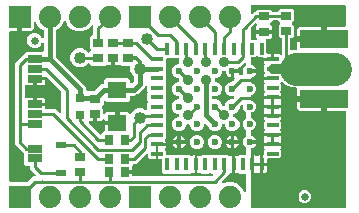
<source format=gbr>
G04 EAGLE Gerber RS-274X export*
G75*
%MOMM*%
%FSLAX34Y34*%
%LPD*%
%INTop Copper*%
%IPPOS*%
%AMOC8*
5,1,8,0,0,1.08239X$1,22.5*%
G01*
%ADD10R,0.900000X0.700000*%
%ADD11R,1.600000X1.400000*%
%ADD12R,0.700000X0.900000*%
%ADD13R,1.270000X0.635000*%
%ADD14R,1.879600X1.879600*%
%ADD15C,1.879600*%
%ADD16R,4.064000X1.524000*%
%ADD17R,0.800000X0.800000*%
%ADD18R,1.000000X0.360000*%
%ADD19R,0.360000X1.000000*%
%ADD20C,0.600000*%
%ADD21R,0.830000X0.630000*%
%ADD22C,0.635000*%
%ADD23C,1.016000*%
%ADD24C,0.889000*%
%ADD25C,0.812800*%
%ADD26C,2.768600*%
%ADD27C,0.254000*%
%ADD28C,0.406400*%
%ADD29C,0.304800*%

G36*
X287900Y3064D02*
X287900Y3064D01*
X288019Y3071D01*
X288057Y3084D01*
X288098Y3089D01*
X288208Y3132D01*
X288321Y3169D01*
X288356Y3191D01*
X288393Y3206D01*
X288489Y3275D01*
X288590Y3339D01*
X288618Y3369D01*
X288651Y3392D01*
X288727Y3484D01*
X288808Y3571D01*
X288828Y3606D01*
X288853Y3637D01*
X288904Y3745D01*
X288962Y3849D01*
X288972Y3889D01*
X288989Y3925D01*
X289011Y4042D01*
X289041Y4157D01*
X289045Y4217D01*
X289049Y4237D01*
X289047Y4258D01*
X289051Y4318D01*
X289051Y84074D01*
X289036Y84192D01*
X289029Y84311D01*
X289016Y84349D01*
X289011Y84390D01*
X288968Y84500D01*
X288931Y84613D01*
X288909Y84648D01*
X288894Y84685D01*
X288825Y84781D01*
X288761Y84882D01*
X288731Y84910D01*
X288708Y84943D01*
X288616Y85019D01*
X288529Y85100D01*
X288494Y85120D01*
X288463Y85145D01*
X288355Y85196D01*
X288251Y85254D01*
X288211Y85264D01*
X288175Y85281D01*
X288058Y85303D01*
X287943Y85333D01*
X287883Y85337D01*
X287863Y85341D01*
X287842Y85339D01*
X287782Y85343D01*
X273303Y85343D01*
X273303Y94234D01*
X273288Y94352D01*
X273281Y94471D01*
X273268Y94509D01*
X273263Y94549D01*
X273219Y94660D01*
X273183Y94773D01*
X273161Y94808D01*
X273146Y94845D01*
X273076Y94941D01*
X273013Y95042D01*
X272983Y95070D01*
X272959Y95102D01*
X272868Y95178D01*
X272781Y95260D01*
X272746Y95279D01*
X272714Y95305D01*
X272607Y95356D01*
X272503Y95413D01*
X272463Y95424D01*
X272427Y95441D01*
X272310Y95463D01*
X272195Y95493D01*
X272134Y95497D01*
X272114Y95501D01*
X272094Y95499D01*
X272034Y95503D01*
X270763Y95503D01*
X270763Y96774D01*
X270748Y96892D01*
X270741Y97011D01*
X270728Y97049D01*
X270723Y97089D01*
X270679Y97200D01*
X270643Y97313D01*
X270621Y97348D01*
X270606Y97385D01*
X270536Y97481D01*
X270473Y97582D01*
X270443Y97610D01*
X270419Y97642D01*
X270328Y97718D01*
X270241Y97800D01*
X270206Y97819D01*
X270174Y97845D01*
X270067Y97896D01*
X269963Y97953D01*
X269923Y97964D01*
X269887Y97981D01*
X269770Y98003D01*
X269655Y98033D01*
X269594Y98037D01*
X269574Y98041D01*
X269554Y98039D01*
X269494Y98043D01*
X247903Y98043D01*
X247903Y103489D01*
X247912Y103551D01*
X247935Y103675D01*
X247933Y103708D01*
X247938Y103741D01*
X247923Y103867D01*
X247916Y103992D01*
X247905Y104024D01*
X247901Y104057D01*
X247856Y104175D01*
X247818Y104294D01*
X247800Y104323D01*
X247788Y104354D01*
X247715Y104457D01*
X247647Y104563D01*
X247623Y104586D01*
X247603Y104614D01*
X247507Y104695D01*
X247416Y104781D01*
X247386Y104797D01*
X247361Y104819D01*
X247247Y104874D01*
X247137Y104935D01*
X247105Y104943D01*
X247074Y104958D01*
X246951Y104983D01*
X246829Y105014D01*
X246781Y105017D01*
X246763Y105021D01*
X246741Y105020D01*
X246669Y105024D01*
X243472Y105024D01*
X237637Y107441D01*
X235583Y109495D01*
X235489Y109568D01*
X235400Y109647D01*
X235364Y109665D01*
X235332Y109690D01*
X235223Y109737D01*
X235117Y109791D01*
X235077Y109800D01*
X235040Y109816D01*
X234923Y109835D01*
X234807Y109861D01*
X234766Y109860D01*
X234726Y109866D01*
X234607Y109855D01*
X234489Y109851D01*
X234450Y109840D01*
X234409Y109836D01*
X234297Y109796D01*
X234183Y109763D01*
X234148Y109743D01*
X234110Y109729D01*
X234012Y109662D01*
X233909Y109602D01*
X233864Y109562D01*
X233847Y109550D01*
X233834Y109535D01*
X233788Y109495D01*
X233732Y109439D01*
X233658Y109344D01*
X233580Y109255D01*
X233561Y109219D01*
X233537Y109187D01*
X233489Y109078D01*
X233435Y108972D01*
X233426Y108932D01*
X233410Y108895D01*
X233391Y108778D01*
X233365Y108661D01*
X233367Y108621D01*
X233360Y108581D01*
X233371Y108463D01*
X233375Y108344D01*
X233386Y108305D01*
X233390Y108265D01*
X233430Y108153D01*
X233463Y108038D01*
X233484Y108003D01*
X233498Y107965D01*
X233564Y107867D01*
X233625Y107764D01*
X233665Y107719D01*
X233676Y107702D01*
X233691Y107689D01*
X233731Y107643D01*
X233833Y107542D01*
X233833Y102258D01*
X233731Y102157D01*
X233658Y102063D01*
X233580Y101973D01*
X233561Y101937D01*
X233536Y101905D01*
X233489Y101796D01*
X233435Y101690D01*
X233426Y101651D01*
X233410Y101614D01*
X233391Y101496D01*
X233365Y101380D01*
X233367Y101340D01*
X233360Y101300D01*
X233371Y101181D01*
X233375Y101062D01*
X233386Y101023D01*
X233390Y100983D01*
X233430Y100871D01*
X233463Y100756D01*
X233484Y100722D01*
X233498Y100684D01*
X233564Y100585D01*
X233625Y100482D01*
X233665Y100437D01*
X233676Y100420D01*
X233691Y100407D01*
X233731Y100362D01*
X233833Y100260D01*
X234168Y99681D01*
X234341Y99034D01*
X234341Y98169D01*
X226800Y98169D01*
X219259Y98169D01*
X219259Y99034D01*
X219432Y99681D01*
X219767Y100260D01*
X219869Y100362D01*
X219942Y100456D01*
X220020Y100545D01*
X220039Y100581D01*
X220063Y100613D01*
X220111Y100722D01*
X220165Y100828D01*
X220174Y100868D01*
X220190Y100905D01*
X220209Y101022D01*
X220235Y101139D01*
X220233Y101179D01*
X220240Y101219D01*
X220229Y101337D01*
X220225Y101456D01*
X220214Y101495D01*
X220210Y101535D01*
X220170Y101648D01*
X220137Y101762D01*
X220116Y101797D01*
X220102Y101835D01*
X220036Y101933D01*
X219975Y102036D01*
X219935Y102081D01*
X219924Y102098D01*
X219909Y102111D01*
X219869Y102157D01*
X219767Y102258D01*
X219767Y107542D01*
X219869Y107643D01*
X219942Y107737D01*
X220020Y107827D01*
X220039Y107863D01*
X220064Y107895D01*
X220111Y108004D01*
X220165Y108110D01*
X220174Y108149D01*
X220190Y108186D01*
X220209Y108304D01*
X220235Y108420D01*
X220233Y108460D01*
X220240Y108500D01*
X220229Y108619D01*
X220225Y108738D01*
X220214Y108777D01*
X220210Y108817D01*
X220170Y108929D01*
X220137Y109044D01*
X220116Y109078D01*
X220102Y109116D01*
X220036Y109215D01*
X219975Y109318D01*
X219935Y109363D01*
X219924Y109380D01*
X219909Y109393D01*
X219869Y109438D01*
X219767Y109540D01*
X219432Y110119D01*
X219259Y110766D01*
X219259Y111631D01*
X226800Y111631D01*
X226918Y111646D01*
X227037Y111653D01*
X227075Y111665D01*
X227115Y111670D01*
X227226Y111714D01*
X227339Y111751D01*
X227373Y111773D01*
X227411Y111787D01*
X227507Y111857D01*
X227608Y111921D01*
X227636Y111951D01*
X227668Y111974D01*
X227744Y112066D01*
X227826Y112153D01*
X227845Y112188D01*
X227871Y112219D01*
X227922Y112327D01*
X227979Y112431D01*
X227989Y112470D01*
X228007Y112507D01*
X228029Y112624D01*
X228059Y112739D01*
X228063Y112799D01*
X228066Y112819D01*
X228066Y112820D01*
X228065Y112840D01*
X228069Y112900D01*
X228054Y113018D01*
X228047Y113137D01*
X228034Y113175D01*
X228029Y113216D01*
X227985Y113326D01*
X227949Y113440D01*
X227927Y113474D01*
X227912Y113511D01*
X227842Y113608D01*
X227778Y113708D01*
X227749Y113736D01*
X227725Y113769D01*
X227633Y113845D01*
X227547Y113926D01*
X227511Y113946D01*
X227480Y113972D01*
X227373Y114022D01*
X227268Y114080D01*
X227229Y114090D01*
X227193Y114107D01*
X227076Y114129D01*
X226960Y114159D01*
X226900Y114163D01*
X226880Y114167D01*
X226860Y114166D01*
X226800Y114169D01*
X219259Y114169D01*
X219259Y115034D01*
X219432Y115681D01*
X219767Y116260D01*
X219869Y116362D01*
X219942Y116456D01*
X220020Y116545D01*
X220039Y116581D01*
X220063Y116613D01*
X220111Y116722D01*
X220165Y116828D01*
X220174Y116868D01*
X220190Y116905D01*
X220209Y117022D01*
X220235Y117139D01*
X220233Y117179D01*
X220240Y117219D01*
X220229Y117337D01*
X220225Y117456D01*
X220214Y117495D01*
X220210Y117535D01*
X220170Y117648D01*
X220137Y117762D01*
X220116Y117797D01*
X220102Y117835D01*
X220036Y117933D01*
X219975Y118036D01*
X219935Y118081D01*
X219924Y118098D01*
X219909Y118111D01*
X219869Y118157D01*
X219767Y118258D01*
X219767Y123542D01*
X219869Y123643D01*
X219942Y123737D01*
X220020Y123827D01*
X220039Y123863D01*
X220064Y123895D01*
X220111Y124004D01*
X220165Y124110D01*
X220174Y124149D01*
X220190Y124186D01*
X220209Y124304D01*
X220235Y124420D01*
X220233Y124460D01*
X220240Y124500D01*
X220229Y124619D01*
X220225Y124738D01*
X220214Y124777D01*
X220210Y124817D01*
X220170Y124929D01*
X220137Y125044D01*
X220116Y125078D01*
X220102Y125116D01*
X220036Y125215D01*
X219975Y125318D01*
X219935Y125363D01*
X219924Y125380D01*
X219909Y125393D01*
X219869Y125438D01*
X219767Y125540D01*
X219432Y126119D01*
X219259Y126766D01*
X219259Y127631D01*
X226800Y127631D01*
X226918Y127646D01*
X227037Y127653D01*
X227075Y127665D01*
X227115Y127670D01*
X227226Y127714D01*
X227339Y127751D01*
X227373Y127773D01*
X227411Y127787D01*
X227507Y127857D01*
X227608Y127921D01*
X227636Y127951D01*
X227668Y127974D01*
X227669Y127975D01*
X227745Y128067D01*
X227826Y128153D01*
X227846Y128189D01*
X227872Y128220D01*
X227922Y128327D01*
X227980Y128432D01*
X227990Y128471D01*
X228007Y128507D01*
X228029Y128624D01*
X228059Y128740D01*
X228063Y128800D01*
X228067Y128820D01*
X228066Y128840D01*
X228069Y128900D01*
X228069Y133241D01*
X232134Y133241D01*
X232781Y133068D01*
X233172Y132841D01*
X233295Y132790D01*
X233414Y132734D01*
X233441Y132729D01*
X233466Y132718D01*
X233597Y132699D01*
X233727Y132674D01*
X233753Y132676D01*
X233780Y132672D01*
X233912Y132685D01*
X234044Y132694D01*
X234070Y132702D01*
X234096Y132705D01*
X234221Y132751D01*
X234346Y132792D01*
X234369Y132806D01*
X234395Y132816D01*
X234503Y132891D01*
X234615Y132962D01*
X234634Y132982D01*
X234656Y132997D01*
X234742Y133097D01*
X234833Y133193D01*
X234846Y133217D01*
X234864Y133238D01*
X234923Y133356D01*
X234987Y133472D01*
X234993Y133498D01*
X235005Y133522D01*
X235033Y133652D01*
X235066Y133780D01*
X235068Y133818D01*
X235072Y133833D01*
X235071Y133855D01*
X235076Y133941D01*
X235076Y145956D01*
X235061Y146074D01*
X235054Y146193D01*
X235041Y146231D01*
X235036Y146272D01*
X234993Y146382D01*
X234956Y146495D01*
X234934Y146530D01*
X234919Y146567D01*
X234850Y146663D01*
X234786Y146764D01*
X234756Y146792D01*
X234733Y146825D01*
X234641Y146901D01*
X234554Y146982D01*
X234519Y147002D01*
X234488Y147027D01*
X234380Y147078D01*
X234276Y147136D01*
X234236Y147146D01*
X234200Y147163D01*
X234083Y147185D01*
X233968Y147215D01*
X233908Y147219D01*
X233888Y147223D01*
X233867Y147221D01*
X233807Y147225D01*
X233037Y147225D01*
X231846Y148416D01*
X231846Y157100D01*
X233107Y158361D01*
X233180Y158455D01*
X233259Y158544D01*
X233277Y158580D01*
X233302Y158612D01*
X233349Y158721D01*
X233403Y158827D01*
X233412Y158866D01*
X233428Y158904D01*
X233447Y159021D01*
X233473Y159137D01*
X233472Y159178D01*
X233478Y159218D01*
X233467Y159336D01*
X233463Y159455D01*
X233452Y159494D01*
X233448Y159534D01*
X233408Y159646D01*
X233375Y159761D01*
X233354Y159796D01*
X233341Y159834D01*
X233274Y159932D01*
X233213Y160035D01*
X233173Y160080D01*
X233162Y160097D01*
X233147Y160110D01*
X233107Y160156D01*
X231687Y161576D01*
X231608Y161636D01*
X231536Y161704D01*
X231483Y161733D01*
X231435Y161770D01*
X231345Y161810D01*
X231258Y161858D01*
X231199Y161873D01*
X231144Y161897D01*
X231046Y161912D01*
X230950Y161937D01*
X230850Y161943D01*
X230830Y161947D01*
X230817Y161945D01*
X230789Y161947D01*
X227512Y161947D01*
X227394Y161932D01*
X227275Y161925D01*
X227237Y161912D01*
X227196Y161907D01*
X227086Y161864D01*
X226973Y161827D01*
X226938Y161805D01*
X226901Y161790D01*
X226805Y161721D01*
X226704Y161657D01*
X226676Y161627D01*
X226643Y161604D01*
X226567Y161512D01*
X226486Y161425D01*
X226466Y161390D01*
X226441Y161359D01*
X226390Y161251D01*
X226332Y161147D01*
X226322Y161107D01*
X226305Y161071D01*
X226283Y160954D01*
X226281Y160946D01*
X225258Y159924D01*
X225181Y159824D01*
X225099Y159729D01*
X225084Y159699D01*
X225063Y159672D01*
X225013Y159557D01*
X224957Y159444D01*
X224950Y159411D01*
X224937Y159380D01*
X224917Y159256D01*
X224891Y159133D01*
X224892Y159100D01*
X224887Y159066D01*
X224899Y158941D01*
X224904Y158816D01*
X224914Y158783D01*
X224917Y158750D01*
X224959Y158631D01*
X224996Y158511D01*
X225013Y158482D01*
X225024Y158450D01*
X225095Y158346D01*
X225160Y158239D01*
X225184Y158215D01*
X225203Y158187D01*
X225297Y158104D01*
X225387Y158016D01*
X225428Y157989D01*
X225441Y157977D01*
X225461Y157967D01*
X225521Y157927D01*
X225770Y157783D01*
X226243Y157310D01*
X226578Y156731D01*
X226751Y156084D01*
X226751Y153999D01*
X220190Y153999D01*
X220072Y153984D01*
X219953Y153977D01*
X219915Y153964D01*
X219875Y153959D01*
X219764Y153916D01*
X219716Y153900D01*
X219698Y153910D01*
X219659Y153920D01*
X219623Y153937D01*
X219506Y153959D01*
X219390Y153989D01*
X219330Y153993D01*
X219310Y153997D01*
X219290Y153995D01*
X219230Y153999D01*
X212669Y153999D01*
X212669Y156084D01*
X212842Y156731D01*
X213235Y157410D01*
X213293Y157548D01*
X213354Y157690D01*
X213355Y157697D01*
X213358Y157703D01*
X213380Y157853D01*
X213404Y158004D01*
X213404Y158011D01*
X213404Y158018D01*
X213389Y158166D01*
X213374Y158321D01*
X213372Y158327D01*
X213371Y158334D01*
X213318Y158477D01*
X213267Y158620D01*
X213263Y158626D01*
X213261Y158632D01*
X213174Y158758D01*
X213088Y158883D01*
X213083Y158888D01*
X213079Y158893D01*
X212966Y158992D01*
X212850Y159094D01*
X212844Y159097D01*
X212839Y159101D01*
X212703Y159169D01*
X212566Y159239D01*
X212560Y159240D01*
X212554Y159243D01*
X212405Y159275D01*
X212256Y159308D01*
X212249Y159308D01*
X212243Y159309D01*
X212090Y159303D01*
X211938Y159299D01*
X211932Y159297D01*
X211925Y159296D01*
X211778Y159252D01*
X211633Y159210D01*
X211627Y159207D01*
X211621Y159205D01*
X211489Y159126D01*
X211359Y159049D01*
X211352Y159043D01*
X211348Y159040D01*
X211341Y159033D01*
X211238Y158942D01*
X208652Y156357D01*
X208592Y156278D01*
X208524Y156206D01*
X208495Y156153D01*
X208458Y156105D01*
X208418Y156014D01*
X208370Y155928D01*
X208355Y155869D01*
X208331Y155814D01*
X208316Y155716D01*
X208291Y155620D01*
X208285Y155520D01*
X208281Y155500D01*
X208283Y155487D01*
X208281Y155459D01*
X208281Y146202D01*
X208296Y146084D01*
X208303Y145965D01*
X208316Y145927D01*
X208321Y145886D01*
X208364Y145776D01*
X208401Y145663D01*
X208423Y145628D01*
X208438Y145591D01*
X208507Y145495D01*
X208571Y145394D01*
X208601Y145366D01*
X208624Y145333D01*
X208716Y145257D01*
X208803Y145176D01*
X208838Y145156D01*
X208869Y145131D01*
X208977Y145080D01*
X209081Y145022D01*
X209121Y145012D01*
X209157Y144995D01*
X209274Y144973D01*
X209389Y144943D01*
X209449Y144939D01*
X209469Y144935D01*
X209490Y144937D01*
X209550Y144933D01*
X212370Y144933D01*
X212508Y144950D01*
X212646Y144963D01*
X212665Y144970D01*
X212685Y144973D01*
X212815Y145024D01*
X212946Y145071D01*
X212962Y145082D01*
X212981Y145090D01*
X213093Y145171D01*
X213209Y145249D01*
X213222Y145265D01*
X213238Y145276D01*
X213327Y145384D01*
X213419Y145488D01*
X213428Y145506D01*
X213441Y145521D01*
X213501Y145647D01*
X213564Y145771D01*
X213568Y145791D01*
X213577Y145809D01*
X213603Y145946D01*
X213633Y146081D01*
X213633Y146102D01*
X213637Y146121D01*
X213628Y146260D01*
X213624Y146399D01*
X213618Y146419D01*
X213617Y146439D01*
X213574Y146571D01*
X213535Y146705D01*
X213525Y146722D01*
X213519Y146741D01*
X213444Y146859D01*
X213374Y146979D01*
X213355Y147000D01*
X213349Y147010D01*
X213334Y147024D01*
X213267Y147100D01*
X213177Y147190D01*
X212842Y147769D01*
X212669Y148416D01*
X212669Y150501D01*
X219230Y150501D01*
X219348Y150516D01*
X219467Y150523D01*
X219505Y150535D01*
X219545Y150541D01*
X219656Y150584D01*
X219704Y150600D01*
X219722Y150590D01*
X219761Y150580D01*
X219797Y150563D01*
X219914Y150541D01*
X220030Y150511D01*
X220090Y150507D01*
X220110Y150503D01*
X220130Y150505D01*
X220190Y150501D01*
X226751Y150501D01*
X226751Y148416D01*
X226578Y147769D01*
X226243Y147190D01*
X225770Y146717D01*
X225191Y146382D01*
X224544Y146209D01*
X222230Y146209D01*
X222092Y146192D01*
X221953Y146179D01*
X221934Y146172D01*
X221914Y146169D01*
X221785Y146118D01*
X221654Y146071D01*
X221637Y146060D01*
X221618Y146052D01*
X221506Y145971D01*
X221391Y145893D01*
X221378Y145877D01*
X221361Y145866D01*
X221272Y145758D01*
X221180Y145654D01*
X221171Y145636D01*
X221158Y145621D01*
X221099Y145495D01*
X221036Y145371D01*
X221031Y145351D01*
X221023Y145333D01*
X220997Y145196D01*
X220966Y145061D01*
X220967Y145040D01*
X220963Y145021D01*
X220972Y144882D01*
X220976Y144743D01*
X220981Y144723D01*
X220983Y144703D01*
X221025Y144571D01*
X221064Y144437D01*
X221075Y144420D01*
X221081Y144401D01*
X221155Y144283D01*
X221226Y144163D01*
X221244Y144142D01*
X221251Y144132D01*
X221266Y144118D01*
X221332Y144042D01*
X221633Y143742D01*
X221633Y134510D01*
X221648Y134392D01*
X221655Y134273D01*
X221668Y134235D01*
X221673Y134194D01*
X221716Y134084D01*
X221753Y133971D01*
X221775Y133936D01*
X221790Y133899D01*
X221859Y133803D01*
X221923Y133702D01*
X221953Y133674D01*
X221976Y133641D01*
X222068Y133565D01*
X222155Y133484D01*
X222190Y133464D01*
X222221Y133439D01*
X222329Y133388D01*
X222433Y133330D01*
X222473Y133320D01*
X222509Y133303D01*
X222626Y133281D01*
X222741Y133251D01*
X222801Y133247D01*
X222821Y133243D01*
X222842Y133245D01*
X222902Y133241D01*
X225531Y133241D01*
X225531Y130169D01*
X219119Y130169D01*
X219117Y130172D01*
X219102Y130209D01*
X219033Y130305D01*
X218969Y130406D01*
X218939Y130434D01*
X218916Y130467D01*
X218824Y130543D01*
X218737Y130624D01*
X218702Y130644D01*
X218671Y130669D01*
X218563Y130720D01*
X218459Y130778D01*
X218419Y130788D01*
X218383Y130805D01*
X218266Y130827D01*
X218151Y130857D01*
X218091Y130861D01*
X218071Y130865D01*
X218050Y130863D01*
X217990Y130867D01*
X215158Y130867D01*
X214698Y131328D01*
X214604Y131401D01*
X214514Y131480D01*
X214478Y131498D01*
X214446Y131523D01*
X214337Y131570D01*
X214231Y131624D01*
X214192Y131633D01*
X214154Y131649D01*
X214037Y131668D01*
X213921Y131694D01*
X213880Y131693D01*
X213840Y131699D01*
X213722Y131688D01*
X213603Y131684D01*
X213564Y131673D01*
X213524Y131669D01*
X213412Y131629D01*
X213297Y131596D01*
X213262Y131575D01*
X213224Y131562D01*
X213126Y131495D01*
X213023Y131434D01*
X212978Y131394D01*
X212961Y131383D01*
X212948Y131368D01*
X212903Y131328D01*
X212442Y130867D01*
X209550Y130867D01*
X209432Y130852D01*
X209313Y130845D01*
X209275Y130832D01*
X209234Y130827D01*
X209124Y130784D01*
X209011Y130747D01*
X208976Y130725D01*
X208939Y130710D01*
X208843Y130641D01*
X208742Y130577D01*
X208714Y130547D01*
X208681Y130524D01*
X208605Y130432D01*
X208524Y130345D01*
X208504Y130310D01*
X208479Y130279D01*
X208428Y130171D01*
X208370Y130067D01*
X208360Y130027D01*
X208343Y129991D01*
X208321Y129874D01*
X208291Y129759D01*
X208287Y129699D01*
X208283Y129679D01*
X208285Y129658D01*
X208281Y129598D01*
X208281Y125495D01*
X208300Y125341D01*
X208318Y125190D01*
X208320Y125185D01*
X208321Y125180D01*
X208377Y125037D01*
X208432Y124894D01*
X208436Y124889D01*
X208438Y124884D01*
X208527Y124761D01*
X208617Y124635D01*
X208621Y124631D01*
X208624Y124627D01*
X208744Y124528D01*
X208860Y124430D01*
X208865Y124427D01*
X208869Y124424D01*
X209008Y124359D01*
X209147Y124292D01*
X209154Y124290D01*
X209157Y124288D01*
X209166Y124287D01*
X209302Y124250D01*
X209416Y124228D01*
X210424Y123810D01*
X211332Y123204D01*
X212104Y122432D01*
X212710Y121524D01*
X213128Y120516D01*
X213151Y120399D01*
X209550Y120399D01*
X209432Y120384D01*
X209313Y120377D01*
X209275Y120364D01*
X209234Y120359D01*
X209124Y120316D01*
X209011Y120279D01*
X208976Y120257D01*
X208939Y120242D01*
X208843Y120173D01*
X208742Y120109D01*
X208714Y120079D01*
X208681Y120056D01*
X208605Y119964D01*
X208524Y119877D01*
X208504Y119842D01*
X208479Y119811D01*
X208428Y119703D01*
X208370Y119599D01*
X208360Y119559D01*
X208343Y119523D01*
X208321Y119406D01*
X208291Y119291D01*
X208287Y119231D01*
X208283Y119211D01*
X208285Y119190D01*
X208281Y119130D01*
X208281Y118670D01*
X208296Y118552D01*
X208303Y118433D01*
X208316Y118395D01*
X208321Y118354D01*
X208364Y118244D01*
X208401Y118131D01*
X208423Y118096D01*
X208438Y118059D01*
X208507Y117962D01*
X208571Y117862D01*
X208601Y117834D01*
X208624Y117801D01*
X208716Y117725D01*
X208803Y117644D01*
X208838Y117624D01*
X208869Y117599D01*
X208977Y117548D01*
X209081Y117490D01*
X209121Y117480D01*
X209157Y117463D01*
X209274Y117441D01*
X209389Y117411D01*
X209449Y117407D01*
X209469Y117403D01*
X209490Y117405D01*
X209550Y117401D01*
X213151Y117401D01*
X213128Y117284D01*
X212710Y116276D01*
X212104Y115368D01*
X211332Y114596D01*
X210424Y113990D01*
X209416Y113572D01*
X209302Y113550D01*
X209156Y113501D01*
X209011Y113454D01*
X209006Y113451D01*
X209001Y113449D01*
X208872Y113366D01*
X208742Y113283D01*
X208738Y113279D01*
X208733Y113276D01*
X208630Y113165D01*
X208524Y113052D01*
X208521Y113047D01*
X208518Y113043D01*
X208444Y112907D01*
X208370Y112773D01*
X208369Y112768D01*
X208366Y112763D01*
X208329Y112613D01*
X208291Y112465D01*
X208290Y112458D01*
X208290Y112455D01*
X208290Y112445D01*
X208281Y112305D01*
X208281Y109996D01*
X208284Y109967D01*
X208282Y109938D01*
X208304Y109810D01*
X208321Y109681D01*
X208331Y109653D01*
X208336Y109624D01*
X208390Y109505D01*
X208438Y109385D01*
X208455Y109361D01*
X208467Y109334D01*
X208548Y109233D01*
X208624Y109128D01*
X208647Y109109D01*
X208666Y109086D01*
X208769Y109008D01*
X208869Y108925D01*
X208896Y108912D01*
X208920Y108895D01*
X209064Y108824D01*
X210651Y108167D01*
X212067Y106751D01*
X212833Y104901D01*
X212833Y102899D01*
X212067Y101049D01*
X210651Y99633D01*
X209064Y98976D01*
X209039Y98962D01*
X209011Y98953D01*
X208901Y98883D01*
X208788Y98819D01*
X208767Y98798D01*
X208742Y98782D01*
X208653Y98688D01*
X208560Y98597D01*
X208544Y98572D01*
X208524Y98551D01*
X208461Y98437D01*
X208393Y98326D01*
X208385Y98298D01*
X208370Y98272D01*
X208338Y98147D01*
X208300Y98022D01*
X208298Y97993D01*
X208291Y97964D01*
X208281Y97804D01*
X208281Y94996D01*
X208284Y94967D01*
X208282Y94938D01*
X208304Y94810D01*
X208321Y94681D01*
X208331Y94653D01*
X208336Y94624D01*
X208390Y94505D01*
X208438Y94385D01*
X208455Y94361D01*
X208467Y94334D01*
X208548Y94233D01*
X208624Y94128D01*
X208647Y94109D01*
X208666Y94086D01*
X208769Y94008D01*
X208869Y93925D01*
X208896Y93912D01*
X208920Y93895D01*
X209064Y93824D01*
X210651Y93167D01*
X212067Y91751D01*
X212833Y89901D01*
X212833Y87899D01*
X212067Y86049D01*
X210651Y84633D01*
X209064Y83976D01*
X209039Y83962D01*
X209011Y83953D01*
X208901Y83883D01*
X208788Y83819D01*
X208767Y83798D01*
X208742Y83782D01*
X208653Y83688D01*
X208560Y83597D01*
X208544Y83572D01*
X208524Y83551D01*
X208461Y83437D01*
X208393Y83326D01*
X208385Y83298D01*
X208370Y83272D01*
X208338Y83147D01*
X208300Y83022D01*
X208298Y82993D01*
X208291Y82964D01*
X208281Y82804D01*
X208281Y79996D01*
X208284Y79967D01*
X208282Y79938D01*
X208304Y79810D01*
X208321Y79681D01*
X208331Y79653D01*
X208336Y79624D01*
X208390Y79505D01*
X208438Y79385D01*
X208455Y79361D01*
X208467Y79334D01*
X208548Y79233D01*
X208624Y79128D01*
X208647Y79109D01*
X208666Y79086D01*
X208769Y79008D01*
X208869Y78925D01*
X208896Y78912D01*
X208920Y78895D01*
X209064Y78824D01*
X210651Y78167D01*
X212067Y76751D01*
X212833Y74901D01*
X212833Y72899D01*
X212067Y71049D01*
X210651Y69633D01*
X209064Y68976D01*
X209039Y68962D01*
X209011Y68953D01*
X208901Y68883D01*
X208788Y68819D01*
X208767Y68798D01*
X208742Y68782D01*
X208653Y68688D01*
X208560Y68597D01*
X208544Y68572D01*
X208524Y68551D01*
X208461Y68437D01*
X208393Y68326D01*
X208385Y68298D01*
X208370Y68272D01*
X208347Y68182D01*
X208343Y68173D01*
X208338Y68146D01*
X208300Y68022D01*
X208298Y67993D01*
X208291Y67964D01*
X208285Y67869D01*
X208283Y67861D01*
X208284Y67852D01*
X208281Y67804D01*
X208281Y65495D01*
X208300Y65341D01*
X208318Y65190D01*
X208320Y65185D01*
X208321Y65180D01*
X208377Y65037D01*
X208432Y64894D01*
X208436Y64889D01*
X208438Y64884D01*
X208527Y64761D01*
X208617Y64635D01*
X208621Y64631D01*
X208624Y64627D01*
X208744Y64528D01*
X208860Y64430D01*
X208865Y64427D01*
X208869Y64424D01*
X209008Y64359D01*
X209147Y64292D01*
X209154Y64290D01*
X209157Y64288D01*
X209166Y64287D01*
X209302Y64250D01*
X209416Y64228D01*
X210424Y63810D01*
X211332Y63204D01*
X212104Y62432D01*
X212710Y61524D01*
X213128Y60516D01*
X213151Y60399D01*
X209550Y60399D01*
X209432Y60384D01*
X209313Y60377D01*
X209275Y60364D01*
X209234Y60359D01*
X209124Y60316D01*
X209011Y60279D01*
X208976Y60257D01*
X208939Y60242D01*
X208843Y60173D01*
X208742Y60109D01*
X208714Y60079D01*
X208681Y60056D01*
X208606Y59964D01*
X208524Y59877D01*
X208504Y59842D01*
X208479Y59811D01*
X208428Y59703D01*
X208370Y59599D01*
X208360Y59559D01*
X208343Y59523D01*
X208321Y59406D01*
X208291Y59291D01*
X208287Y59231D01*
X208283Y59211D01*
X208285Y59190D01*
X208281Y59130D01*
X208281Y58670D01*
X208296Y58552D01*
X208303Y58433D01*
X208316Y58395D01*
X208321Y58354D01*
X208364Y58244D01*
X208401Y58131D01*
X208423Y58096D01*
X208438Y58059D01*
X208508Y57962D01*
X208571Y57862D01*
X208601Y57834D01*
X208624Y57801D01*
X208716Y57725D01*
X208803Y57644D01*
X208838Y57624D01*
X208869Y57599D01*
X208977Y57548D01*
X209081Y57490D01*
X209121Y57480D01*
X209157Y57463D01*
X209274Y57441D01*
X209389Y57411D01*
X209450Y57407D01*
X209470Y57403D01*
X209490Y57405D01*
X209550Y57401D01*
X213151Y57401D01*
X213128Y57284D01*
X212710Y56276D01*
X212104Y55368D01*
X211332Y54596D01*
X210424Y53990D01*
X209416Y53572D01*
X209302Y53550D01*
X209156Y53501D01*
X209011Y53454D01*
X209006Y53451D01*
X209001Y53449D01*
X208871Y53365D01*
X208742Y53283D01*
X208738Y53279D01*
X208733Y53276D01*
X208629Y53164D01*
X208524Y53052D01*
X208521Y53047D01*
X208518Y53043D01*
X208444Y52908D01*
X208370Y52773D01*
X208369Y52768D01*
X208366Y52763D01*
X208329Y52614D01*
X208291Y52465D01*
X208291Y52458D01*
X208290Y52455D01*
X208290Y52445D01*
X208281Y52305D01*
X208281Y48710D01*
X208296Y48592D01*
X208303Y48473D01*
X208316Y48435D01*
X208321Y48394D01*
X208364Y48284D01*
X208401Y48171D01*
X208423Y48136D01*
X208438Y48099D01*
X208508Y48003D01*
X208531Y47966D01*
X208531Y39900D01*
X208531Y31844D01*
X208524Y31837D01*
X208504Y31802D01*
X208479Y31771D01*
X208428Y31663D01*
X208370Y31559D01*
X208360Y31519D01*
X208343Y31483D01*
X208321Y31366D01*
X208291Y31251D01*
X208287Y31191D01*
X208283Y31171D01*
X208285Y31150D01*
X208281Y31090D01*
X208281Y4318D01*
X208296Y4200D01*
X208303Y4081D01*
X208316Y4043D01*
X208321Y4002D01*
X208364Y3892D01*
X208401Y3779D01*
X208423Y3744D01*
X208438Y3707D01*
X208508Y3611D01*
X208571Y3510D01*
X208601Y3482D01*
X208624Y3449D01*
X208716Y3373D01*
X208803Y3292D01*
X208838Y3272D01*
X208869Y3247D01*
X208977Y3196D01*
X209081Y3138D01*
X209121Y3128D01*
X209157Y3111D01*
X209274Y3089D01*
X209389Y3059D01*
X209450Y3055D01*
X209470Y3051D01*
X209490Y3053D01*
X209550Y3049D01*
X287782Y3049D01*
X287900Y3064D01*
G37*
G36*
X203230Y16211D02*
X203230Y16211D01*
X203316Y16209D01*
X203371Y16223D01*
X203428Y16228D01*
X203508Y16259D01*
X203591Y16281D01*
X203640Y16310D01*
X203693Y16330D01*
X203762Y16382D01*
X203836Y16426D01*
X203875Y16467D01*
X203920Y16502D01*
X203971Y16570D01*
X204030Y16633D01*
X204056Y16684D01*
X204090Y16729D01*
X204121Y16810D01*
X204160Y16886D01*
X204168Y16935D01*
X204191Y16995D01*
X204202Y17140D01*
X204215Y17217D01*
X204215Y30836D01*
X204207Y30894D01*
X204209Y30952D01*
X204187Y31034D01*
X204175Y31118D01*
X204152Y31171D01*
X204137Y31227D01*
X204094Y31300D01*
X204059Y31377D01*
X204021Y31422D01*
X203992Y31472D01*
X203930Y31530D01*
X203876Y31594D01*
X203827Y31626D01*
X203784Y31666D01*
X203709Y31705D01*
X203639Y31752D01*
X203583Y31769D01*
X203531Y31796D01*
X203463Y31807D01*
X203368Y31837D01*
X203268Y31840D01*
X203200Y31851D01*
X198737Y31851D01*
X198067Y32522D01*
X198012Y32563D01*
X197964Y32611D01*
X197899Y32648D01*
X197840Y32692D01*
X197776Y32717D01*
X197717Y32750D01*
X197644Y32767D01*
X197574Y32794D01*
X197506Y32799D01*
X197440Y32815D01*
X197365Y32811D01*
X197291Y32817D01*
X197224Y32804D01*
X197156Y32800D01*
X197097Y32778D01*
X197012Y32761D01*
X196911Y32709D01*
X196841Y32683D01*
X196581Y32532D01*
X195934Y32359D01*
X194815Y32359D01*
X194815Y39900D01*
X194815Y47441D01*
X195934Y47441D01*
X196581Y47268D01*
X196841Y47117D01*
X196905Y47092D01*
X196963Y47057D01*
X197036Y47039D01*
X197105Y47011D01*
X197173Y47004D01*
X197239Y46987D01*
X197313Y46989D01*
X197388Y46982D01*
X197455Y46994D01*
X197523Y46996D01*
X197594Y47019D01*
X197668Y47032D01*
X197729Y47063D01*
X197794Y47084D01*
X197845Y47120D01*
X197922Y47158D01*
X198006Y47235D01*
X198067Y47278D01*
X198737Y47949D01*
X203200Y47949D01*
X203258Y47957D01*
X203316Y47955D01*
X203398Y47977D01*
X203482Y47989D01*
X203535Y48012D01*
X203591Y48027D01*
X203664Y48070D01*
X203741Y48105D01*
X203786Y48143D01*
X203836Y48172D01*
X203894Y48234D01*
X203958Y48288D01*
X203990Y48337D01*
X204030Y48380D01*
X204069Y48455D01*
X204116Y48525D01*
X204133Y48581D01*
X204160Y48633D01*
X204171Y48701D01*
X204201Y48796D01*
X204204Y48896D01*
X204215Y48964D01*
X204215Y53510D01*
X204203Y53597D01*
X204200Y53684D01*
X204183Y53737D01*
X204175Y53792D01*
X204140Y53871D01*
X204113Y53955D01*
X204085Y53994D01*
X204059Y54051D01*
X203963Y54164D01*
X203918Y54228D01*
X202672Y55474D01*
X201751Y57697D01*
X201751Y60103D01*
X202672Y62326D01*
X203918Y63572D01*
X203970Y63642D01*
X204030Y63706D01*
X204056Y63755D01*
X204089Y63799D01*
X204120Y63881D01*
X204160Y63959D01*
X204168Y64006D01*
X204190Y64065D01*
X204202Y64213D01*
X204215Y64290D01*
X204215Y68510D01*
X204203Y68597D01*
X204200Y68684D01*
X204183Y68737D01*
X204175Y68792D01*
X204140Y68871D01*
X204113Y68955D01*
X204085Y68994D01*
X204059Y69051D01*
X203963Y69164D01*
X203918Y69228D01*
X202672Y70474D01*
X201751Y72697D01*
X201751Y75103D01*
X202672Y77326D01*
X203918Y78572D01*
X203970Y78642D01*
X204030Y78706D01*
X204056Y78755D01*
X204089Y78799D01*
X204120Y78881D01*
X204160Y78959D01*
X204168Y79006D01*
X204190Y79065D01*
X204202Y79213D01*
X204215Y79290D01*
X204215Y83510D01*
X204203Y83597D01*
X204200Y83684D01*
X204183Y83737D01*
X204175Y83792D01*
X204140Y83871D01*
X204113Y83955D01*
X204085Y83994D01*
X204059Y84051D01*
X203963Y84164D01*
X203918Y84228D01*
X202672Y85474D01*
X201751Y87697D01*
X201751Y89300D01*
X201747Y89330D01*
X201750Y89360D01*
X201744Y89388D01*
X201745Y89416D01*
X201723Y89498D01*
X201711Y89582D01*
X201699Y89609D01*
X201693Y89638D01*
X201680Y89664D01*
X201673Y89691D01*
X201630Y89763D01*
X201595Y89841D01*
X201576Y89864D01*
X201562Y89890D01*
X201542Y89912D01*
X201528Y89936D01*
X201467Y89993D01*
X201412Y90058D01*
X201387Y90075D01*
X201366Y90096D01*
X201341Y90111D01*
X201320Y90130D01*
X201247Y90168D01*
X201175Y90216D01*
X201146Y90225D01*
X201121Y90240D01*
X201092Y90247D01*
X201067Y90260D01*
X201001Y90271D01*
X200904Y90302D01*
X200874Y90302D01*
X200845Y90310D01*
X200782Y90308D01*
X200736Y90315D01*
X200679Y90307D01*
X200620Y90309D01*
X200591Y90301D01*
X200561Y90300D01*
X200508Y90283D01*
X200454Y90276D01*
X200402Y90252D01*
X200345Y90237D01*
X200319Y90222D01*
X200291Y90213D01*
X200251Y90184D01*
X200195Y90159D01*
X200151Y90122D01*
X200100Y90092D01*
X200057Y90046D01*
X200017Y90018D01*
X199145Y89144D01*
X199093Y89074D01*
X199034Y89011D01*
X199008Y88961D01*
X198975Y88917D01*
X198944Y88835D01*
X198904Y88758D01*
X198896Y88710D01*
X198874Y88651D01*
X198862Y88504D01*
X198849Y88427D01*
X198849Y87697D01*
X197928Y85474D01*
X196226Y83772D01*
X194003Y82851D01*
X193929Y82851D01*
X193871Y82843D01*
X193813Y82845D01*
X193731Y82823D01*
X193647Y82811D01*
X193594Y82788D01*
X193538Y82773D01*
X193465Y82730D01*
X193388Y82695D01*
X193343Y82657D01*
X193293Y82628D01*
X193235Y82566D01*
X193171Y82512D01*
X193139Y82463D01*
X193099Y82420D01*
X193060Y82345D01*
X193013Y82275D01*
X192996Y82219D01*
X192969Y82167D01*
X192958Y82099D01*
X192928Y82004D01*
X192925Y81904D01*
X192914Y81836D01*
X192914Y80964D01*
X192922Y80906D01*
X192920Y80848D01*
X192942Y80766D01*
X192954Y80682D01*
X192977Y80629D01*
X192992Y80573D01*
X193035Y80500D01*
X193070Y80423D01*
X193108Y80378D01*
X193137Y80328D01*
X193199Y80270D01*
X193253Y80206D01*
X193302Y80174D01*
X193345Y80134D01*
X193420Y80095D01*
X193490Y80048D01*
X193546Y80031D01*
X193598Y80004D01*
X193666Y79993D01*
X193761Y79963D01*
X193861Y79960D01*
X193929Y79949D01*
X194003Y79949D01*
X196226Y79028D01*
X197928Y77326D01*
X198849Y75103D01*
X198849Y72697D01*
X197928Y70474D01*
X196226Y68772D01*
X194003Y67851D01*
X191597Y67851D01*
X189374Y68772D01*
X187672Y70474D01*
X186751Y72697D01*
X186751Y73025D01*
X186743Y73083D01*
X186745Y73141D01*
X186723Y73223D01*
X186711Y73307D01*
X186688Y73360D01*
X186673Y73416D01*
X186630Y73489D01*
X186595Y73566D01*
X186557Y73611D01*
X186528Y73661D01*
X186466Y73719D01*
X186412Y73783D01*
X186363Y73815D01*
X186320Y73855D01*
X186245Y73894D01*
X186175Y73941D01*
X186119Y73958D01*
X186067Y73985D01*
X185999Y73996D01*
X185904Y74026D01*
X185804Y74029D01*
X185736Y74040D01*
X184864Y74040D01*
X184806Y74032D01*
X184748Y74034D01*
X184666Y74012D01*
X184582Y74000D01*
X184529Y73977D01*
X184473Y73962D01*
X184400Y73919D01*
X184323Y73884D01*
X184278Y73846D01*
X184228Y73817D01*
X184170Y73755D01*
X184106Y73701D01*
X184074Y73652D01*
X184034Y73609D01*
X183995Y73534D01*
X183948Y73464D01*
X183931Y73408D01*
X183904Y73356D01*
X183893Y73288D01*
X183863Y73193D01*
X183860Y73093D01*
X183849Y73025D01*
X183849Y72697D01*
X182928Y70474D01*
X181226Y68772D01*
X179003Y67851D01*
X176597Y67851D01*
X174374Y68772D01*
X172672Y70474D01*
X171778Y72632D01*
X171763Y72659D01*
X171753Y72688D01*
X171708Y72752D01*
X171633Y72877D01*
X171587Y72921D01*
X171559Y72961D01*
X170583Y73939D01*
X170559Y73957D01*
X170539Y73980D01*
X170446Y74042D01*
X170355Y74110D01*
X170328Y74121D01*
X170303Y74137D01*
X170195Y74171D01*
X170090Y74211D01*
X170060Y74214D01*
X170032Y74223D01*
X169919Y74226D01*
X169807Y74235D01*
X169777Y74229D01*
X169748Y74230D01*
X169639Y74202D01*
X169528Y74180D01*
X169501Y74166D01*
X169473Y74158D01*
X169376Y74101D01*
X169275Y74049D01*
X169254Y74028D01*
X169228Y74013D01*
X169151Y73931D01*
X169069Y73853D01*
X169054Y73828D01*
X169034Y73806D01*
X168982Y73705D01*
X168925Y73608D01*
X168918Y73579D01*
X168904Y73553D01*
X168891Y73475D01*
X168855Y73333D01*
X168857Y73270D01*
X168849Y73222D01*
X168849Y72697D01*
X167928Y70474D01*
X166226Y68772D01*
X164003Y67851D01*
X161597Y67851D01*
X159374Y68772D01*
X157672Y70474D01*
X156751Y72697D01*
X156751Y73025D01*
X156743Y73083D01*
X156745Y73141D01*
X156723Y73223D01*
X156711Y73307D01*
X156688Y73360D01*
X156673Y73416D01*
X156630Y73489D01*
X156595Y73566D01*
X156557Y73611D01*
X156528Y73661D01*
X156466Y73719D01*
X156412Y73783D01*
X156363Y73815D01*
X156320Y73855D01*
X156245Y73894D01*
X156175Y73941D01*
X156119Y73958D01*
X156067Y73985D01*
X155999Y73996D01*
X155904Y74026D01*
X155804Y74029D01*
X155736Y74040D01*
X154864Y74040D01*
X154806Y74032D01*
X154748Y74034D01*
X154666Y74012D01*
X154582Y74000D01*
X154529Y73977D01*
X154473Y73962D01*
X154400Y73919D01*
X154323Y73884D01*
X154278Y73846D01*
X154228Y73817D01*
X154170Y73755D01*
X154106Y73701D01*
X154074Y73652D01*
X154034Y73609D01*
X153995Y73534D01*
X153948Y73464D01*
X153931Y73408D01*
X153904Y73356D01*
X153893Y73288D01*
X153863Y73193D01*
X153860Y73093D01*
X153849Y73025D01*
X153849Y72697D01*
X152928Y70474D01*
X151226Y68772D01*
X149003Y67851D01*
X146597Y67851D01*
X144374Y68772D01*
X142672Y70474D01*
X141751Y72697D01*
X141751Y75103D01*
X142672Y77326D01*
X144374Y79028D01*
X146597Y79949D01*
X146685Y79949D01*
X146743Y79957D01*
X146801Y79955D01*
X146883Y79977D01*
X146967Y79989D01*
X147020Y80012D01*
X147076Y80027D01*
X147149Y80070D01*
X147226Y80105D01*
X147271Y80143D01*
X147321Y80172D01*
X147379Y80234D01*
X147443Y80288D01*
X147475Y80337D01*
X147515Y80380D01*
X147554Y80455D01*
X147601Y80525D01*
X147618Y80581D01*
X147645Y80633D01*
X147656Y80701D01*
X147686Y80796D01*
X147689Y80896D01*
X147700Y80964D01*
X147700Y81836D01*
X147692Y81894D01*
X147694Y81952D01*
X147672Y82034D01*
X147660Y82118D01*
X147637Y82171D01*
X147622Y82227D01*
X147579Y82300D01*
X147544Y82377D01*
X147506Y82422D01*
X147477Y82472D01*
X147415Y82530D01*
X147361Y82594D01*
X147312Y82626D01*
X147269Y82666D01*
X147194Y82705D01*
X147124Y82752D01*
X147068Y82769D01*
X147016Y82796D01*
X146948Y82807D01*
X146853Y82837D01*
X146753Y82840D01*
X146685Y82851D01*
X146597Y82851D01*
X144374Y83772D01*
X142672Y85474D01*
X141751Y87697D01*
X141751Y90103D01*
X142672Y92326D01*
X144374Y94028D01*
X146597Y94949D01*
X146685Y94949D01*
X146743Y94957D01*
X146801Y94955D01*
X146883Y94977D01*
X146967Y94989D01*
X147020Y95012D01*
X147076Y95027D01*
X147149Y95070D01*
X147226Y95105D01*
X147271Y95143D01*
X147321Y95172D01*
X147379Y95234D01*
X147443Y95288D01*
X147475Y95337D01*
X147515Y95380D01*
X147554Y95455D01*
X147601Y95525D01*
X147618Y95581D01*
X147645Y95633D01*
X147656Y95701D01*
X147686Y95796D01*
X147689Y95896D01*
X147700Y95964D01*
X147700Y96836D01*
X147692Y96894D01*
X147694Y96952D01*
X147672Y97034D01*
X147660Y97118D01*
X147637Y97171D01*
X147622Y97227D01*
X147579Y97300D01*
X147544Y97377D01*
X147506Y97422D01*
X147477Y97472D01*
X147415Y97530D01*
X147361Y97594D01*
X147312Y97626D01*
X147269Y97666D01*
X147194Y97705D01*
X147124Y97752D01*
X147068Y97769D01*
X147016Y97796D01*
X146948Y97807D01*
X146853Y97837D01*
X146753Y97840D01*
X146685Y97851D01*
X146597Y97851D01*
X144374Y98772D01*
X142672Y100474D01*
X141751Y102697D01*
X141751Y105103D01*
X142672Y107326D01*
X144374Y109028D01*
X146597Y109949D01*
X146685Y109949D01*
X146743Y109957D01*
X146801Y109955D01*
X146883Y109977D01*
X146967Y109989D01*
X147020Y110012D01*
X147076Y110027D01*
X147149Y110070D01*
X147226Y110105D01*
X147271Y110143D01*
X147321Y110172D01*
X147379Y110234D01*
X147443Y110288D01*
X147475Y110337D01*
X147515Y110380D01*
X147554Y110455D01*
X147601Y110525D01*
X147618Y110581D01*
X147645Y110633D01*
X147656Y110701D01*
X147686Y110796D01*
X147689Y110896D01*
X147700Y110964D01*
X147700Y111836D01*
X147692Y111894D01*
X147694Y111952D01*
X147672Y112034D01*
X147660Y112118D01*
X147637Y112171D01*
X147622Y112227D01*
X147579Y112300D01*
X147544Y112377D01*
X147506Y112422D01*
X147477Y112472D01*
X147415Y112530D01*
X147361Y112594D01*
X147312Y112626D01*
X147269Y112666D01*
X147194Y112705D01*
X147124Y112752D01*
X147068Y112769D01*
X147016Y112796D01*
X146948Y112807D01*
X146853Y112837D01*
X146753Y112840D01*
X146685Y112851D01*
X146597Y112851D01*
X144374Y113772D01*
X142672Y115474D01*
X141751Y117697D01*
X141751Y120103D01*
X142672Y122326D01*
X144374Y124028D01*
X146597Y124949D01*
X146685Y124949D01*
X146743Y124957D01*
X146801Y124955D01*
X146883Y124977D01*
X146967Y124989D01*
X147020Y125012D01*
X147076Y125027D01*
X147149Y125070D01*
X147226Y125105D01*
X147271Y125143D01*
X147321Y125172D01*
X147379Y125234D01*
X147443Y125288D01*
X147475Y125337D01*
X147515Y125380D01*
X147554Y125455D01*
X147601Y125525D01*
X147618Y125581D01*
X147645Y125633D01*
X147656Y125701D01*
X147686Y125796D01*
X147689Y125896D01*
X147700Y125964D01*
X147700Y127983D01*
X147893Y128447D01*
X147922Y128559D01*
X147956Y128668D01*
X147957Y128696D01*
X147964Y128723D01*
X147961Y128837D01*
X147963Y128952D01*
X147956Y128979D01*
X147956Y129007D01*
X147921Y129116D01*
X147892Y129227D01*
X147877Y129251D01*
X147869Y129278D01*
X147805Y129373D01*
X147746Y129472D01*
X147726Y129491D01*
X147711Y129514D01*
X147623Y129588D01*
X147539Y129666D01*
X147514Y129679D01*
X147493Y129697D01*
X147388Y129744D01*
X147286Y129796D01*
X147261Y129800D01*
X147233Y129812D01*
X146969Y129849D01*
X146955Y129851D01*
X142737Y129851D01*
X142518Y130071D01*
X142471Y130106D01*
X142431Y130148D01*
X142358Y130191D01*
X142291Y130241D01*
X142236Y130262D01*
X142186Y130292D01*
X142104Y130313D01*
X142025Y130343D01*
X141967Y130348D01*
X141910Y130362D01*
X141826Y130359D01*
X141742Y130366D01*
X141684Y130355D01*
X141626Y130353D01*
X141546Y130327D01*
X141463Y130310D01*
X141411Y130283D01*
X141355Y130265D01*
X141299Y130225D01*
X141211Y130179D01*
X141138Y130111D01*
X141082Y130071D01*
X140863Y129851D01*
X137864Y129851D01*
X137806Y129843D01*
X137748Y129845D01*
X137666Y129823D01*
X137582Y129811D01*
X137529Y129788D01*
X137473Y129773D01*
X137400Y129730D01*
X137323Y129695D01*
X137278Y129657D01*
X137228Y129628D01*
X137170Y129566D01*
X137106Y129512D01*
X137074Y129463D01*
X137034Y129420D01*
X136995Y129345D01*
X136948Y129275D01*
X136931Y129219D01*
X136904Y129167D01*
X136893Y129099D01*
X136863Y129004D01*
X136860Y128904D01*
X136849Y128836D01*
X136849Y125837D01*
X136629Y125618D01*
X136594Y125571D01*
X136552Y125531D01*
X136509Y125458D01*
X136459Y125391D01*
X136438Y125336D01*
X136408Y125286D01*
X136387Y125204D01*
X136357Y125125D01*
X136352Y125067D01*
X136338Y125010D01*
X136341Y124926D01*
X136334Y124842D01*
X136345Y124784D01*
X136347Y124726D01*
X136373Y124646D01*
X136390Y124563D01*
X136417Y124511D01*
X136435Y124455D01*
X136475Y124399D01*
X136521Y124311D01*
X136589Y124238D01*
X136629Y124182D01*
X136849Y123963D01*
X136849Y117837D01*
X136629Y117618D01*
X136594Y117571D01*
X136552Y117531D01*
X136509Y117458D01*
X136459Y117391D01*
X136438Y117336D01*
X136408Y117286D01*
X136387Y117204D01*
X136357Y117125D01*
X136352Y117067D01*
X136338Y117010D01*
X136341Y116926D01*
X136334Y116842D01*
X136345Y116784D01*
X136347Y116726D01*
X136373Y116646D01*
X136390Y116563D01*
X136417Y116511D01*
X136435Y116455D01*
X136475Y116399D01*
X136521Y116311D01*
X136589Y116238D01*
X136629Y116182D01*
X136849Y115963D01*
X136849Y109837D01*
X136629Y109618D01*
X136594Y109571D01*
X136552Y109531D01*
X136509Y109458D01*
X136459Y109391D01*
X136438Y109336D01*
X136408Y109286D01*
X136387Y109204D01*
X136357Y109125D01*
X136352Y109067D01*
X136338Y109010D01*
X136341Y108926D01*
X136334Y108842D01*
X136345Y108784D01*
X136347Y108726D01*
X136373Y108646D01*
X136390Y108563D01*
X136417Y108511D01*
X136435Y108455D01*
X136475Y108399D01*
X136521Y108311D01*
X136589Y108238D01*
X136629Y108182D01*
X136849Y107963D01*
X136849Y101837D01*
X136629Y101618D01*
X136594Y101571D01*
X136552Y101531D01*
X136509Y101458D01*
X136459Y101391D01*
X136438Y101336D01*
X136408Y101286D01*
X136387Y101204D01*
X136357Y101125D01*
X136352Y101067D01*
X136338Y101010D01*
X136341Y100926D01*
X136334Y100842D01*
X136345Y100784D01*
X136347Y100726D01*
X136373Y100646D01*
X136390Y100563D01*
X136417Y100511D01*
X136435Y100455D01*
X136475Y100399D01*
X136521Y100311D01*
X136589Y100238D01*
X136629Y100182D01*
X136849Y99963D01*
X136849Y93837D01*
X136629Y93618D01*
X136594Y93571D01*
X136552Y93531D01*
X136509Y93458D01*
X136459Y93391D01*
X136438Y93336D01*
X136408Y93286D01*
X136387Y93204D01*
X136357Y93125D01*
X136352Y93067D01*
X136338Y93010D01*
X136341Y92926D01*
X136334Y92842D01*
X136345Y92784D01*
X136347Y92726D01*
X136373Y92646D01*
X136390Y92563D01*
X136417Y92511D01*
X136435Y92455D01*
X136475Y92399D01*
X136521Y92311D01*
X136589Y92238D01*
X136629Y92182D01*
X136849Y91963D01*
X136849Y85837D01*
X136629Y85618D01*
X136594Y85571D01*
X136552Y85531D01*
X136509Y85458D01*
X136459Y85391D01*
X136438Y85336D01*
X136408Y85286D01*
X136387Y85204D01*
X136357Y85125D01*
X136352Y85067D01*
X136338Y85010D01*
X136341Y84926D01*
X136334Y84842D01*
X136345Y84784D01*
X136347Y84726D01*
X136373Y84646D01*
X136390Y84563D01*
X136417Y84511D01*
X136435Y84455D01*
X136475Y84399D01*
X136521Y84311D01*
X136589Y84238D01*
X136629Y84182D01*
X136849Y83963D01*
X136849Y77837D01*
X136629Y77618D01*
X136594Y77571D01*
X136552Y77531D01*
X136509Y77458D01*
X136459Y77391D01*
X136438Y77336D01*
X136408Y77286D01*
X136387Y77204D01*
X136357Y77125D01*
X136352Y77067D01*
X136338Y77010D01*
X136341Y76926D01*
X136334Y76842D01*
X136345Y76784D01*
X136347Y76726D01*
X136373Y76646D01*
X136390Y76563D01*
X136417Y76511D01*
X136435Y76455D01*
X136475Y76399D01*
X136521Y76311D01*
X136589Y76238D01*
X136629Y76182D01*
X136849Y75963D01*
X136849Y69837D01*
X136629Y69618D01*
X136594Y69571D01*
X136552Y69531D01*
X136509Y69458D01*
X136459Y69391D01*
X136438Y69336D01*
X136408Y69286D01*
X136387Y69204D01*
X136357Y69125D01*
X136352Y69067D01*
X136338Y69010D01*
X136341Y68926D01*
X136334Y68842D01*
X136345Y68784D01*
X136347Y68726D01*
X136373Y68646D01*
X136390Y68563D01*
X136417Y68511D01*
X136435Y68455D01*
X136475Y68399D01*
X136521Y68311D01*
X136589Y68238D01*
X136629Y68182D01*
X136849Y67963D01*
X136849Y61837D01*
X136178Y61167D01*
X136137Y61112D01*
X136089Y61064D01*
X136052Y60999D01*
X136008Y60940D01*
X135983Y60876D01*
X135950Y60817D01*
X135933Y60744D01*
X135906Y60674D01*
X135901Y60606D01*
X135885Y60540D01*
X135889Y60465D01*
X135883Y60391D01*
X135896Y60324D01*
X135900Y60256D01*
X135922Y60197D01*
X135939Y60112D01*
X135991Y60011D01*
X136017Y59941D01*
X136168Y59681D01*
X136341Y59034D01*
X136341Y57915D01*
X128800Y57915D01*
X128742Y57907D01*
X128684Y57909D01*
X128602Y57887D01*
X128519Y57876D01*
X128465Y57852D01*
X128409Y57837D01*
X128336Y57794D01*
X128259Y57759D01*
X128215Y57722D01*
X128165Y57692D01*
X128164Y57691D01*
X128106Y57630D01*
X128042Y57576D01*
X128042Y57575D01*
X128010Y57527D01*
X127969Y57484D01*
X127931Y57409D01*
X127884Y57339D01*
X127867Y57283D01*
X127840Y57231D01*
X127829Y57163D01*
X127799Y57068D01*
X127796Y56968D01*
X127785Y56900D01*
X127785Y48900D01*
X127785Y44559D01*
X123466Y44559D01*
X122819Y44732D01*
X122240Y45067D01*
X121767Y45540D01*
X121432Y46119D01*
X121259Y46766D01*
X121259Y47613D01*
X121255Y47642D01*
X121258Y47671D01*
X121235Y47782D01*
X121219Y47894D01*
X121207Y47921D01*
X121202Y47950D01*
X121150Y48050D01*
X121103Y48154D01*
X121084Y48176D01*
X121071Y48202D01*
X120993Y48284D01*
X120920Y48371D01*
X120895Y48387D01*
X120875Y48408D01*
X120777Y48465D01*
X120683Y48528D01*
X120655Y48537D01*
X120630Y48552D01*
X120520Y48580D01*
X120412Y48614D01*
X120382Y48615D01*
X120354Y48622D01*
X120241Y48618D01*
X120128Y48621D01*
X120099Y48614D01*
X120070Y48613D01*
X119962Y48578D01*
X119853Y48549D01*
X119827Y48534D01*
X119799Y48525D01*
X119736Y48480D01*
X119608Y48404D01*
X119565Y48358D01*
X119526Y48330D01*
X111327Y40131D01*
X109314Y40131D01*
X109256Y40123D01*
X109198Y40125D01*
X109116Y40103D01*
X109032Y40091D01*
X108979Y40068D01*
X108923Y40053D01*
X108850Y40010D01*
X108773Y39975D01*
X108728Y39937D01*
X108678Y39908D01*
X108620Y39846D01*
X108556Y39792D01*
X108524Y39743D01*
X108484Y39700D01*
X108445Y39625D01*
X108398Y39555D01*
X108381Y39499D01*
X108354Y39447D01*
X108343Y39379D01*
X108313Y39284D01*
X108310Y39184D01*
X108299Y39116D01*
X108299Y38687D01*
X108088Y38477D01*
X108036Y38407D01*
X107976Y38343D01*
X107950Y38293D01*
X107917Y38249D01*
X107886Y38168D01*
X107846Y38090D01*
X107838Y38042D01*
X107816Y37984D01*
X107804Y37836D01*
X107791Y37759D01*
X107791Y35088D01*
X102484Y35088D01*
X102426Y35080D01*
X102368Y35082D01*
X102286Y35060D01*
X102203Y35048D01*
X102149Y35025D01*
X102093Y35010D01*
X102020Y34967D01*
X101943Y34932D01*
X101899Y34894D01*
X101848Y34865D01*
X101791Y34803D01*
X101726Y34749D01*
X101694Y34700D01*
X101654Y34657D01*
X101615Y34582D01*
X101569Y34512D01*
X101551Y34456D01*
X101524Y34404D01*
X101513Y34336D01*
X101483Y34241D01*
X101480Y34141D01*
X101469Y34073D01*
X101469Y32605D01*
X101477Y32547D01*
X101476Y32489D01*
X101497Y32407D01*
X101509Y32323D01*
X101533Y32270D01*
X101547Y32214D01*
X101591Y32141D01*
X101625Y32064D01*
X101663Y32019D01*
X101693Y31969D01*
X101754Y31911D01*
X101809Y31847D01*
X101857Y31815D01*
X101900Y31775D01*
X101975Y31736D01*
X102045Y31689D01*
X102101Y31672D01*
X102153Y31645D01*
X102221Y31634D01*
X102316Y31604D01*
X102416Y31601D01*
X102484Y31590D01*
X107791Y31590D01*
X107791Y30734D01*
X107799Y30676D01*
X107797Y30618D01*
X107819Y30536D01*
X107831Y30452D01*
X107854Y30399D01*
X107869Y30343D01*
X107912Y30270D01*
X107947Y30193D01*
X107985Y30148D01*
X108014Y30098D01*
X108076Y30040D01*
X108130Y29976D01*
X108179Y29944D01*
X108222Y29904D01*
X108297Y29865D01*
X108367Y29818D01*
X108423Y29801D01*
X108475Y29774D01*
X108543Y29763D01*
X108638Y29733D01*
X108738Y29730D01*
X108806Y29719D01*
X175591Y29719D01*
X175677Y29731D01*
X175765Y29734D01*
X175817Y29751D01*
X175872Y29759D01*
X175952Y29794D01*
X176035Y29821D01*
X176074Y29849D01*
X176132Y29875D01*
X176245Y29971D01*
X176308Y30016D01*
X176411Y30118D01*
X176428Y30142D01*
X176451Y30161D01*
X176513Y30255D01*
X176581Y30345D01*
X176592Y30373D01*
X176608Y30397D01*
X176642Y30505D01*
X176683Y30611D01*
X176685Y30640D01*
X176694Y30668D01*
X176697Y30782D01*
X176706Y30894D01*
X176700Y30923D01*
X176701Y30952D01*
X176673Y31062D01*
X176650Y31173D01*
X176637Y31199D01*
X176629Y31227D01*
X176572Y31325D01*
X176519Y31425D01*
X176499Y31447D01*
X176484Y31472D01*
X176402Y31549D01*
X176324Y31631D01*
X176298Y31646D01*
X176277Y31666D01*
X176176Y31718D01*
X176078Y31775D01*
X176050Y31782D01*
X176024Y31796D01*
X175946Y31809D01*
X175803Y31845D01*
X175740Y31843D01*
X175693Y31851D01*
X174737Y31851D01*
X174518Y32071D01*
X174471Y32106D01*
X174431Y32148D01*
X174358Y32191D01*
X174291Y32241D01*
X174236Y32262D01*
X174186Y32292D01*
X174104Y32313D01*
X174025Y32343D01*
X173967Y32348D01*
X173910Y32362D01*
X173826Y32359D01*
X173742Y32366D01*
X173684Y32355D01*
X173626Y32353D01*
X173546Y32327D01*
X173463Y32310D01*
X173411Y32283D01*
X173355Y32265D01*
X173299Y32225D01*
X173211Y32179D01*
X173138Y32111D01*
X173082Y32071D01*
X172863Y31851D01*
X166737Y31851D01*
X166067Y32522D01*
X166012Y32563D01*
X165964Y32611D01*
X165899Y32648D01*
X165840Y32692D01*
X165776Y32717D01*
X165717Y32750D01*
X165644Y32767D01*
X165574Y32794D01*
X165506Y32799D01*
X165440Y32815D01*
X165365Y32811D01*
X165291Y32817D01*
X165224Y32804D01*
X165156Y32800D01*
X165097Y32778D01*
X165012Y32761D01*
X164911Y32709D01*
X164841Y32683D01*
X164581Y32532D01*
X163934Y32359D01*
X162815Y32359D01*
X162815Y39900D01*
X162815Y47441D01*
X163934Y47441D01*
X164581Y47268D01*
X164841Y47117D01*
X164905Y47092D01*
X164963Y47057D01*
X165036Y47039D01*
X165105Y47011D01*
X165173Y47004D01*
X165239Y46987D01*
X165313Y46989D01*
X165388Y46982D01*
X165455Y46994D01*
X165523Y46996D01*
X165594Y47019D01*
X165668Y47032D01*
X165729Y47063D01*
X165794Y47084D01*
X165845Y47120D01*
X165922Y47158D01*
X166006Y47235D01*
X166067Y47278D01*
X166737Y47949D01*
X172863Y47949D01*
X173082Y47729D01*
X173129Y47694D01*
X173169Y47652D01*
X173242Y47609D01*
X173309Y47559D01*
X173364Y47538D01*
X173414Y47508D01*
X173496Y47487D01*
X173575Y47457D01*
X173633Y47452D01*
X173690Y47438D01*
X173774Y47441D01*
X173858Y47434D01*
X173916Y47445D01*
X173974Y47447D01*
X174054Y47473D01*
X174137Y47490D01*
X174189Y47517D01*
X174245Y47535D01*
X174301Y47575D01*
X174389Y47621D01*
X174462Y47689D01*
X174518Y47729D01*
X174737Y47949D01*
X180863Y47949D01*
X181082Y47729D01*
X181129Y47694D01*
X181169Y47652D01*
X181242Y47609D01*
X181309Y47559D01*
X181364Y47538D01*
X181414Y47508D01*
X181496Y47487D01*
X181575Y47457D01*
X181633Y47452D01*
X181690Y47438D01*
X181774Y47441D01*
X181858Y47434D01*
X181916Y47445D01*
X181974Y47447D01*
X182054Y47473D01*
X182137Y47490D01*
X182189Y47517D01*
X182245Y47535D01*
X182301Y47575D01*
X182389Y47621D01*
X182462Y47689D01*
X182518Y47729D01*
X182737Y47949D01*
X188863Y47949D01*
X189533Y47278D01*
X189588Y47237D01*
X189636Y47189D01*
X189701Y47152D01*
X189760Y47108D01*
X189824Y47083D01*
X189883Y47050D01*
X189956Y47033D01*
X190026Y47006D01*
X190094Y47001D01*
X190160Y46985D01*
X190235Y46989D01*
X190309Y46983D01*
X190376Y46996D01*
X190444Y47000D01*
X190503Y47022D01*
X190588Y47039D01*
X190689Y47091D01*
X190759Y47117D01*
X191019Y47268D01*
X191666Y47441D01*
X192785Y47441D01*
X192785Y39900D01*
X192785Y32359D01*
X191666Y32359D01*
X191552Y32390D01*
X191464Y32400D01*
X191379Y32420D01*
X191324Y32418D01*
X191270Y32424D01*
X191183Y32410D01*
X191095Y32406D01*
X191043Y32388D01*
X190989Y32379D01*
X190909Y32342D01*
X190826Y32313D01*
X190788Y32284D01*
X190732Y32258D01*
X190653Y32188D01*
X190626Y32173D01*
X190600Y32144D01*
X190557Y32113D01*
X190530Y32085D01*
X190522Y32073D01*
X190518Y32070D01*
X190509Y32055D01*
X190485Y32022D01*
X190432Y31965D01*
X190402Y31907D01*
X190369Y31861D01*
X189020Y30513D01*
X189013Y30504D01*
X189006Y30498D01*
X187672Y29109D01*
X187624Y29086D01*
X187527Y29001D01*
X187464Y28956D01*
X184173Y25666D01*
X184122Y25597D01*
X184063Y25535D01*
X184037Y25484D01*
X184003Y25439D01*
X183972Y25358D01*
X183933Y25282D01*
X183922Y25226D01*
X183901Y25173D01*
X183894Y25087D01*
X183878Y25003D01*
X183882Y24946D01*
X183878Y24890D01*
X183895Y24805D01*
X183902Y24720D01*
X183922Y24667D01*
X183934Y24611D01*
X183973Y24535D01*
X184004Y24455D01*
X184038Y24409D01*
X184065Y24359D01*
X184124Y24296D01*
X184176Y24228D01*
X184221Y24194D01*
X184260Y24153D01*
X184335Y24109D01*
X184403Y24058D01*
X184457Y24038D01*
X184506Y24009D01*
X184589Y23988D01*
X184669Y23957D01*
X184726Y23953D01*
X184781Y23939D01*
X184867Y23941D01*
X184953Y23935D01*
X185001Y23946D01*
X185065Y23948D01*
X185203Y23992D01*
X185280Y24010D01*
X188024Y25147D01*
X192976Y25147D01*
X197551Y23252D01*
X201052Y19751D01*
X202262Y16829D01*
X202306Y16755D01*
X202341Y16676D01*
X202378Y16633D01*
X202407Y16584D01*
X202469Y16525D01*
X202525Y16459D01*
X202572Y16428D01*
X202613Y16389D01*
X202690Y16349D01*
X202761Y16302D01*
X202815Y16285D01*
X202866Y16259D01*
X202950Y16242D01*
X203032Y16216D01*
X203089Y16215D01*
X203145Y16204D01*
X203230Y16211D01*
G37*
G36*
X75230Y101961D02*
X75230Y101961D01*
X75317Y101964D01*
X75370Y101981D01*
X75424Y101989D01*
X75504Y102024D01*
X75587Y102051D01*
X75627Y102079D01*
X75684Y102105D01*
X75797Y102201D01*
X75861Y102246D01*
X80822Y107207D01*
X82689Y107981D01*
X83186Y107981D01*
X83244Y107989D01*
X83302Y107987D01*
X83384Y108009D01*
X83468Y108021D01*
X83521Y108044D01*
X83577Y108059D01*
X83650Y108102D01*
X83727Y108137D01*
X83772Y108175D01*
X83822Y108204D01*
X83880Y108266D01*
X83944Y108320D01*
X83976Y108369D01*
X84016Y108412D01*
X84055Y108487D01*
X84102Y108557D01*
X84119Y108613D01*
X84146Y108665D01*
X84157Y108733D01*
X84187Y108828D01*
X84190Y108928D01*
X84201Y108996D01*
X84201Y111163D01*
X85987Y112949D01*
X104513Y112949D01*
X106299Y111163D01*
X106299Y109585D01*
X106303Y109556D01*
X106300Y109527D01*
X106306Y109500D01*
X106305Y109489D01*
X106317Y109446D01*
X106323Y109416D01*
X106339Y109303D01*
X106351Y109277D01*
X106356Y109248D01*
X106409Y109147D01*
X106455Y109044D01*
X106474Y109022D01*
X106487Y108996D01*
X106565Y108913D01*
X106638Y108827D01*
X106663Y108811D01*
X106683Y108790D01*
X106781Y108732D01*
X106875Y108669D01*
X106903Y108661D01*
X106928Y108646D01*
X107038Y108618D01*
X107146Y108584D01*
X107176Y108583D01*
X107204Y108576D01*
X107317Y108579D01*
X107430Y108576D01*
X107459Y108584D01*
X107488Y108585D01*
X107596Y108620D01*
X107705Y108648D01*
X107731Y108663D01*
X107759Y108672D01*
X107823Y108718D01*
X107854Y108736D01*
X107875Y108746D01*
X107887Y108756D01*
X107950Y108793D01*
X107993Y108839D01*
X108032Y108867D01*
X108922Y109757D01*
X108974Y109827D01*
X109034Y109891D01*
X109060Y109940D01*
X109093Y109984D01*
X109124Y110066D01*
X109164Y110144D01*
X109172Y110192D01*
X109194Y110250D01*
X109206Y110398D01*
X109219Y110475D01*
X109219Y114064D01*
X109207Y114151D01*
X109204Y114239D01*
X109187Y114291D01*
X109179Y114346D01*
X109144Y114426D01*
X109117Y114509D01*
X109089Y114548D01*
X109063Y114605D01*
X108967Y114718D01*
X108922Y114782D01*
X107409Y116295D01*
X106171Y119283D01*
X106171Y122461D01*
X106163Y122519D01*
X106165Y122577D01*
X106143Y122659D01*
X106131Y122743D01*
X106108Y122796D01*
X106093Y122852D01*
X106050Y122925D01*
X106015Y123002D01*
X105977Y123047D01*
X105948Y123097D01*
X105886Y123155D01*
X105832Y123219D01*
X105783Y123251D01*
X105740Y123291D01*
X105665Y123330D01*
X105595Y123377D01*
X105539Y123394D01*
X105487Y123421D01*
X105419Y123432D01*
X105324Y123462D01*
X105224Y123465D01*
X105156Y123476D01*
X99012Y123476D01*
X98582Y123907D01*
X98519Y123954D01*
X98464Y124008D01*
X98406Y124039D01*
X98354Y124078D01*
X98282Y124105D01*
X98213Y124142D01*
X98150Y124156D01*
X98089Y124179D01*
X98011Y124185D01*
X97935Y124202D01*
X97880Y124196D01*
X97806Y124202D01*
X97679Y124177D01*
X97601Y124170D01*
X96909Y123984D01*
X93824Y123984D01*
X93824Y129291D01*
X93816Y129349D01*
X93818Y129407D01*
X93796Y129489D01*
X93784Y129572D01*
X93761Y129626D01*
X93746Y129682D01*
X93703Y129755D01*
X93668Y129832D01*
X93630Y129876D01*
X93601Y129927D01*
X93539Y129984D01*
X93485Y130049D01*
X93436Y130081D01*
X93393Y130121D01*
X93318Y130160D01*
X93248Y130206D01*
X93192Y130224D01*
X93140Y130251D01*
X93072Y130262D01*
X92977Y130292D01*
X92877Y130295D01*
X92809Y130306D01*
X91341Y130306D01*
X91283Y130298D01*
X91225Y130299D01*
X91143Y130278D01*
X91059Y130266D01*
X91006Y130242D01*
X90950Y130228D01*
X90877Y130184D01*
X90800Y130150D01*
X90755Y130112D01*
X90705Y130082D01*
X90647Y130021D01*
X90583Y129966D01*
X90551Y129918D01*
X90511Y129875D01*
X90472Y129800D01*
X90425Y129730D01*
X90408Y129674D01*
X90381Y129622D01*
X90370Y129554D01*
X90340Y129459D01*
X90337Y129359D01*
X90326Y129291D01*
X90326Y123984D01*
X87241Y123984D01*
X86549Y124170D01*
X86472Y124179D01*
X86396Y124198D01*
X86331Y124196D01*
X86267Y124204D01*
X86190Y124192D01*
X86112Y124189D01*
X86050Y124169D01*
X85986Y124159D01*
X85916Y124126D01*
X85842Y124102D01*
X85796Y124069D01*
X85729Y124038D01*
X85632Y123952D01*
X85568Y123907D01*
X85138Y123476D01*
X73612Y123476D01*
X71680Y125409D01*
X71610Y125461D01*
X71546Y125521D01*
X71496Y125547D01*
X71452Y125580D01*
X71371Y125611D01*
X71335Y125629D01*
X71333Y125630D01*
X71293Y125651D01*
X71245Y125659D01*
X71187Y125681D01*
X71107Y125688D01*
X71058Y125700D01*
X71007Y125699D01*
X70962Y125706D01*
X70948Y125706D01*
X70924Y125703D01*
X70903Y125705D01*
X70849Y125694D01*
X70774Y125691D01*
X70721Y125674D01*
X70666Y125666D01*
X70628Y125649D01*
X70625Y125649D01*
X70613Y125643D01*
X70586Y125631D01*
X70503Y125604D01*
X70464Y125576D01*
X70407Y125550D01*
X70293Y125454D01*
X70230Y125409D01*
X68105Y123284D01*
X65117Y122046D01*
X61883Y122046D01*
X58895Y123284D01*
X56609Y125570D01*
X55371Y128558D01*
X55371Y131792D01*
X56609Y134780D01*
X58895Y137066D01*
X61883Y138304D01*
X65117Y138304D01*
X68105Y137066D01*
X70387Y134784D01*
X70433Y134749D01*
X70474Y134706D01*
X70547Y134664D01*
X70614Y134613D01*
X70669Y134592D01*
X70719Y134563D01*
X70801Y134542D01*
X70880Y134512D01*
X70938Y134507D01*
X70995Y134493D01*
X71079Y134495D01*
X71163Y134488D01*
X71220Y134500D01*
X71279Y134502D01*
X71359Y134528D01*
X71442Y134544D01*
X71494Y134571D01*
X71549Y134589D01*
X71605Y134629D01*
X71694Y134675D01*
X71766Y134744D01*
X71822Y134784D01*
X72846Y135807D01*
X72881Y135854D01*
X72923Y135894D01*
X72966Y135967D01*
X73016Y136034D01*
X73037Y136089D01*
X73067Y136139D01*
X73088Y136221D01*
X73118Y136300D01*
X73123Y136358D01*
X73137Y136415D01*
X73134Y136499D01*
X73141Y136583D01*
X73130Y136641D01*
X73128Y136699D01*
X73102Y136779D01*
X73085Y136862D01*
X73058Y136914D01*
X73040Y136970D01*
X73000Y137026D01*
X72954Y137114D01*
X72886Y137187D01*
X72846Y137243D01*
X71826Y138262D01*
X71826Y147788D01*
X73612Y149574D01*
X74041Y149574D01*
X74099Y149582D01*
X74157Y149580D01*
X74239Y149602D01*
X74323Y149614D01*
X74376Y149637D01*
X74432Y149652D01*
X74505Y149695D01*
X74582Y149730D01*
X74627Y149768D01*
X74677Y149797D01*
X74735Y149859D01*
X74799Y149913D01*
X74831Y149962D01*
X74871Y150005D01*
X74910Y150080D01*
X74957Y150150D01*
X74974Y150206D01*
X75001Y150258D01*
X75012Y150326D01*
X75042Y150421D01*
X75045Y150521D01*
X75056Y150589D01*
X75056Y156603D01*
X75052Y156632D01*
X75055Y156661D01*
X75032Y156772D01*
X75016Y156884D01*
X75004Y156911D01*
X74999Y156940D01*
X74946Y157041D01*
X74900Y157144D01*
X74881Y157166D01*
X74868Y157192D01*
X74790Y157274D01*
X74717Y157361D01*
X74692Y157377D01*
X74672Y157398D01*
X74574Y157456D01*
X74480Y157518D01*
X74452Y157527D01*
X74427Y157542D01*
X74317Y157570D01*
X74209Y157604D01*
X74179Y157605D01*
X74151Y157612D01*
X74038Y157609D01*
X73925Y157611D01*
X73896Y157604D01*
X73867Y157603D01*
X73759Y157568D01*
X73650Y157540D01*
X73624Y157525D01*
X73596Y157516D01*
X73533Y157470D01*
X73405Y157394D01*
X73362Y157349D01*
X73323Y157321D01*
X70551Y154548D01*
X65976Y152653D01*
X61024Y152653D01*
X56449Y154548D01*
X52948Y158049D01*
X51738Y160971D01*
X51723Y160996D01*
X51714Y161024D01*
X51651Y161119D01*
X51593Y161216D01*
X51572Y161236D01*
X51556Y161261D01*
X51469Y161334D01*
X51387Y161411D01*
X51361Y161425D01*
X51338Y161444D01*
X51235Y161490D01*
X51134Y161541D01*
X51105Y161547D01*
X51078Y161559D01*
X50966Y161575D01*
X50855Y161596D01*
X50826Y161594D01*
X50797Y161598D01*
X50685Y161582D01*
X50572Y161572D01*
X50545Y161561D01*
X50515Y161557D01*
X50412Y161511D01*
X50307Y161470D01*
X50283Y161452D01*
X50256Y161440D01*
X50170Y161367D01*
X50080Y161298D01*
X50062Y161275D01*
X50040Y161256D01*
X49998Y161189D01*
X49910Y161071D01*
X49888Y161012D01*
X49862Y160971D01*
X48652Y158049D01*
X45151Y154548D01*
X43807Y153992D01*
X43806Y153991D01*
X43805Y153991D01*
X43688Y153921D01*
X43563Y153847D01*
X43561Y153846D01*
X43560Y153845D01*
X43465Y153744D01*
X43367Y153641D01*
X43367Y153639D01*
X43366Y153638D01*
X43301Y153512D01*
X43237Y153388D01*
X43237Y153386D01*
X43236Y153385D01*
X43234Y153370D01*
X43182Y153109D01*
X43185Y153079D01*
X43181Y153054D01*
X43181Y131303D01*
X43193Y131216D01*
X43196Y131129D01*
X43213Y131076D01*
X43221Y131022D01*
X43256Y130942D01*
X43283Y130858D01*
X43311Y130819D01*
X43337Y130762D01*
X43433Y130649D01*
X43478Y130585D01*
X66235Y107828D01*
X67807Y106256D01*
X68581Y104389D01*
X68581Y104051D01*
X68593Y103965D01*
X68596Y103877D01*
X68613Y103825D01*
X68621Y103770D01*
X68656Y103690D01*
X68683Y103607D01*
X68711Y103568D01*
X68737Y103510D01*
X68833Y103397D01*
X68878Y103333D01*
X69965Y102246D01*
X70035Y102194D01*
X70099Y102134D01*
X70149Y102108D01*
X70193Y102075D01*
X70274Y102044D01*
X70352Y102004D01*
X70400Y101996D01*
X70458Y101974D01*
X70606Y101962D01*
X70683Y101949D01*
X75143Y101949D01*
X75230Y101961D01*
G37*
G36*
X243078Y136680D02*
X243078Y136680D01*
X243188Y136687D01*
X243235Y136702D01*
X243284Y136709D01*
X243437Y136761D01*
X243472Y136776D01*
X246671Y136776D01*
X246796Y136792D01*
X246921Y136801D01*
X246953Y136811D01*
X246986Y136816D01*
X247103Y136862D01*
X247223Y136902D01*
X247251Y136920D01*
X247282Y136933D01*
X247384Y137006D01*
X247489Y137075D01*
X247512Y137100D01*
X247539Y137119D01*
X247620Y137216D01*
X247705Y137309D01*
X247721Y137339D01*
X247742Y137364D01*
X247796Y137478D01*
X247855Y137589D01*
X247863Y137622D01*
X247878Y137652D01*
X247901Y137776D01*
X247932Y137898D01*
X247931Y137931D01*
X247938Y137964D01*
X247930Y138090D01*
X247929Y138216D01*
X247919Y138264D01*
X247918Y138282D01*
X247911Y138302D01*
X247903Y138342D01*
X247903Y143765D01*
X269494Y143765D01*
X269612Y143780D01*
X269731Y143787D01*
X269769Y143800D01*
X269809Y143805D01*
X269920Y143848D01*
X270033Y143885D01*
X270068Y143907D01*
X270105Y143922D01*
X270201Y143992D01*
X270302Y144055D01*
X270330Y144085D01*
X270362Y144109D01*
X270438Y144200D01*
X270520Y144287D01*
X270539Y144322D01*
X270565Y144353D01*
X270616Y144461D01*
X270673Y144565D01*
X270684Y144605D01*
X270701Y144641D01*
X270723Y144758D01*
X270753Y144873D01*
X270757Y144934D01*
X270761Y144954D01*
X270759Y144974D01*
X270763Y145034D01*
X270763Y146305D01*
X272034Y146305D01*
X272152Y146320D01*
X272271Y146327D01*
X272309Y146340D01*
X272349Y146345D01*
X272460Y146389D01*
X272573Y146425D01*
X272608Y146447D01*
X272645Y146462D01*
X272741Y146532D01*
X272842Y146595D01*
X272870Y146625D01*
X272902Y146649D01*
X272978Y146740D01*
X273060Y146827D01*
X273079Y146862D01*
X273105Y146894D01*
X273156Y147001D01*
X273213Y147105D01*
X273224Y147145D01*
X273241Y147181D01*
X273263Y147298D01*
X273293Y147413D01*
X273297Y147474D01*
X273301Y147494D01*
X273299Y147514D01*
X273303Y147574D01*
X273303Y156465D01*
X287782Y156465D01*
X287900Y156480D01*
X288019Y156487D01*
X288057Y156500D01*
X288098Y156505D01*
X288208Y156548D01*
X288321Y156585D01*
X288356Y156607D01*
X288393Y156622D01*
X288489Y156691D01*
X288590Y156755D01*
X288618Y156785D01*
X288651Y156808D01*
X288727Y156900D01*
X288808Y156987D01*
X288828Y157022D01*
X288853Y157053D01*
X288904Y157161D01*
X288962Y157265D01*
X288972Y157305D01*
X288989Y157341D01*
X289011Y157458D01*
X289041Y157573D01*
X289045Y157633D01*
X289049Y157653D01*
X289047Y157674D01*
X289051Y157734D01*
X289051Y173482D01*
X289036Y173600D01*
X289029Y173719D01*
X289016Y173757D01*
X289011Y173798D01*
X288968Y173908D01*
X288931Y174021D01*
X288909Y174056D01*
X288894Y174093D01*
X288825Y174189D01*
X288761Y174290D01*
X288731Y174318D01*
X288708Y174351D01*
X288616Y174427D01*
X288529Y174508D01*
X288494Y174528D01*
X288463Y174553D01*
X288355Y174604D01*
X288251Y174662D01*
X288211Y174672D01*
X288175Y174689D01*
X288058Y174711D01*
X287943Y174741D01*
X287883Y174745D01*
X287863Y174749D01*
X287842Y174747D01*
X287782Y174751D01*
X209550Y174751D01*
X209432Y174736D01*
X209313Y174729D01*
X209275Y174716D01*
X209234Y174711D01*
X209124Y174668D01*
X209011Y174631D01*
X208976Y174609D01*
X208939Y174594D01*
X208843Y174525D01*
X208742Y174461D01*
X208714Y174431D01*
X208681Y174408D01*
X208605Y174316D01*
X208524Y174229D01*
X208504Y174194D01*
X208479Y174163D01*
X208428Y174055D01*
X208370Y173951D01*
X208360Y173911D01*
X208343Y173875D01*
X208321Y173758D01*
X208291Y173643D01*
X208287Y173583D01*
X208283Y173563D01*
X208285Y173542D01*
X208281Y173482D01*
X208281Y168391D01*
X208298Y168253D01*
X208311Y168114D01*
X208318Y168095D01*
X208321Y168075D01*
X208372Y167946D01*
X208419Y167815D01*
X208430Y167798D01*
X208438Y167780D01*
X208519Y167667D01*
X208597Y167552D01*
X208613Y167539D01*
X208624Y167522D01*
X208732Y167433D01*
X208836Y167342D01*
X208854Y167332D01*
X208869Y167319D01*
X208995Y167260D01*
X209119Y167197D01*
X209139Y167192D01*
X209157Y167184D01*
X209293Y167158D01*
X209429Y167127D01*
X209450Y167128D01*
X209469Y167124D01*
X209608Y167133D01*
X209747Y167137D01*
X209767Y167143D01*
X209787Y167144D01*
X209919Y167187D01*
X210053Y167225D01*
X210070Y167236D01*
X210089Y167242D01*
X210207Y167316D01*
X210327Y167387D01*
X210348Y167405D01*
X210358Y167412D01*
X210372Y167427D01*
X210447Y167493D01*
X211507Y168553D01*
X211908Y168553D01*
X212026Y168568D01*
X212145Y168575D01*
X212183Y168588D01*
X212224Y168593D01*
X212334Y168636D01*
X212447Y168673D01*
X212482Y168695D01*
X212519Y168710D01*
X212615Y168779D01*
X212716Y168843D01*
X212744Y168873D01*
X212777Y168896D01*
X212853Y168988D01*
X212934Y169075D01*
X212954Y169110D01*
X212979Y169141D01*
X213030Y169249D01*
X213088Y169353D01*
X213098Y169393D01*
X213115Y169429D01*
X213137Y169546D01*
X213139Y169554D01*
X214368Y170783D01*
X225052Y170783D01*
X226272Y169562D01*
X226278Y169547D01*
X226283Y169506D01*
X226326Y169396D01*
X226363Y169283D01*
X226385Y169248D01*
X226400Y169211D01*
X226469Y169115D01*
X226533Y169014D01*
X226563Y168986D01*
X226586Y168953D01*
X226678Y168877D01*
X226765Y168796D01*
X226800Y168776D01*
X226831Y168751D01*
X226939Y168700D01*
X227043Y168642D01*
X227083Y168632D01*
X227119Y168615D01*
X227236Y168593D01*
X227351Y168563D01*
X227411Y168559D01*
X227431Y168555D01*
X227452Y168557D01*
X227512Y168553D01*
X230577Y168553D01*
X230695Y168568D01*
X230814Y168575D01*
X230852Y168588D01*
X230893Y168593D01*
X231003Y168636D01*
X231116Y168673D01*
X231151Y168695D01*
X231188Y168710D01*
X231284Y168779D01*
X231385Y168843D01*
X231413Y168873D01*
X231446Y168896D01*
X231522Y168988D01*
X231603Y169075D01*
X231623Y169110D01*
X231648Y169141D01*
X231699Y169249D01*
X231757Y169353D01*
X231767Y169393D01*
X231784Y169429D01*
X231806Y169546D01*
X231836Y169661D01*
X231840Y169721D01*
X231844Y169741D01*
X231842Y169762D01*
X231846Y169822D01*
X231846Y170100D01*
X233037Y171291D01*
X243721Y171291D01*
X244912Y170100D01*
X244912Y161416D01*
X243651Y160156D01*
X243578Y160061D01*
X243499Y159972D01*
X243481Y159936D01*
X243456Y159904D01*
X243409Y159795D01*
X243355Y159689D01*
X243346Y159650D01*
X243330Y159612D01*
X243311Y159495D01*
X243285Y159379D01*
X243286Y159338D01*
X243280Y159298D01*
X243291Y159180D01*
X243295Y159061D01*
X243306Y159022D01*
X243310Y158982D01*
X243350Y158869D01*
X243383Y158755D01*
X243404Y158721D01*
X243417Y158682D01*
X243484Y158584D01*
X243545Y158481D01*
X243585Y158436D01*
X243596Y158419D01*
X243611Y158406D01*
X243651Y158361D01*
X244912Y157100D01*
X244912Y148416D01*
X243721Y147225D01*
X242951Y147225D01*
X242833Y147210D01*
X242714Y147203D01*
X242676Y147190D01*
X242635Y147185D01*
X242525Y147142D01*
X242412Y147105D01*
X242377Y147083D01*
X242340Y147068D01*
X242244Y146999D01*
X242143Y146935D01*
X242115Y146905D01*
X242082Y146882D01*
X242006Y146790D01*
X241925Y146703D01*
X241905Y146668D01*
X241880Y146637D01*
X241829Y146529D01*
X241771Y146425D01*
X241761Y146385D01*
X241744Y146349D01*
X241722Y146232D01*
X241692Y146117D01*
X241688Y146057D01*
X241684Y146037D01*
X241686Y146016D01*
X241682Y145956D01*
X241682Y137934D01*
X241688Y137884D01*
X241686Y137835D01*
X241708Y137727D01*
X241722Y137618D01*
X241740Y137572D01*
X241750Y137523D01*
X241798Y137425D01*
X241839Y137322D01*
X241868Y137282D01*
X241890Y137238D01*
X241961Y137154D01*
X242025Y137065D01*
X242064Y137033D01*
X242096Y136996D01*
X242186Y136932D01*
X242270Y136862D01*
X242315Y136841D01*
X242356Y136812D01*
X242459Y136773D01*
X242558Y136727D01*
X242607Y136717D01*
X242654Y136700D01*
X242763Y136688D01*
X242870Y136667D01*
X242920Y136670D01*
X242970Y136665D01*
X243078Y136680D01*
G37*
G36*
X18705Y25159D02*
X18705Y25159D01*
X18793Y25162D01*
X18845Y25179D01*
X18900Y25187D01*
X18980Y25222D01*
X19063Y25249D01*
X19102Y25277D01*
X19160Y25303D01*
X19273Y25399D01*
X19337Y25444D01*
X23611Y29719D01*
X25223Y29719D01*
X25252Y29723D01*
X25281Y29720D01*
X25392Y29743D01*
X25504Y29759D01*
X25531Y29771D01*
X25560Y29776D01*
X25660Y29829D01*
X25764Y29875D01*
X25786Y29894D01*
X25812Y29907D01*
X25894Y29985D01*
X25981Y30058D01*
X25997Y30083D01*
X26018Y30103D01*
X26075Y30201D01*
X26138Y30295D01*
X26147Y30323D01*
X26162Y30348D01*
X26190Y30458D01*
X26224Y30566D01*
X26225Y30596D01*
X26232Y30624D01*
X26228Y30737D01*
X26231Y30850D01*
X26224Y30879D01*
X26223Y30908D01*
X26188Y31016D01*
X26159Y31125D01*
X26144Y31151D01*
X26135Y31179D01*
X26090Y31242D01*
X26014Y31370D01*
X25969Y31413D01*
X25941Y31452D01*
X23908Y33484D01*
X21081Y36311D01*
X21081Y37855D01*
X21073Y37913D01*
X21075Y37971D01*
X21053Y38053D01*
X21041Y38137D01*
X21018Y38190D01*
X21003Y38246D01*
X20960Y38319D01*
X20925Y38396D01*
X20887Y38441D01*
X20858Y38491D01*
X20796Y38549D01*
X20742Y38613D01*
X20693Y38645D01*
X20650Y38685D01*
X20575Y38724D01*
X20505Y38771D01*
X20449Y38788D01*
X20397Y38815D01*
X20329Y38826D01*
X20234Y38856D01*
X20134Y38859D01*
X20066Y38870D01*
X17787Y38870D01*
X16001Y40656D01*
X16001Y48909D01*
X15989Y48995D01*
X15986Y49083D01*
X15969Y49135D01*
X15961Y49190D01*
X15926Y49270D01*
X15899Y49353D01*
X15871Y49392D01*
X15845Y49449D01*
X15749Y49563D01*
X15704Y49626D01*
X13490Y51840D01*
X11335Y53995D01*
X8508Y56822D01*
X8508Y125741D01*
X11335Y128568D01*
X11336Y128568D01*
X16117Y133349D01*
X16180Y133394D01*
X17787Y135002D01*
X32004Y135002D01*
X32062Y135010D01*
X32120Y135008D01*
X32202Y135030D01*
X32286Y135042D01*
X32339Y135065D01*
X32395Y135080D01*
X32468Y135123D01*
X32545Y135158D01*
X32590Y135196D01*
X32640Y135225D01*
X32698Y135287D01*
X32762Y135341D01*
X32794Y135390D01*
X32834Y135433D01*
X32873Y135508D01*
X32920Y135578D01*
X32937Y135634D01*
X32964Y135686D01*
X32975Y135754D01*
X33005Y135849D01*
X33008Y135949D01*
X33019Y136017D01*
X33019Y141807D01*
X33007Y141892D01*
X33005Y141978D01*
X32987Y142032D01*
X32979Y142089D01*
X32944Y142167D01*
X32918Y142249D01*
X32886Y142296D01*
X32863Y142348D01*
X32808Y142414D01*
X32760Y142485D01*
X32716Y142522D01*
X32680Y142565D01*
X32608Y142613D01*
X32542Y142668D01*
X32490Y142691D01*
X32443Y142723D01*
X32361Y142749D01*
X32282Y142783D01*
X32226Y142791D01*
X32172Y142808D01*
X32086Y142811D01*
X32001Y142822D01*
X31945Y142814D01*
X31888Y142816D01*
X31805Y142794D01*
X31719Y142782D01*
X31668Y142758D01*
X31613Y142744D01*
X31539Y142700D01*
X31460Y142665D01*
X31417Y142628D01*
X31368Y142599D01*
X31309Y142536D01*
X31244Y142480D01*
X31218Y142438D01*
X31174Y142391D01*
X31108Y142262D01*
X31066Y142196D01*
X30676Y141255D01*
X28926Y139504D01*
X26638Y138556D01*
X24162Y138556D01*
X21874Y139504D01*
X20124Y141254D01*
X19176Y143542D01*
X19176Y146018D01*
X20124Y148306D01*
X21874Y150056D01*
X24162Y151004D01*
X26638Y151004D01*
X28926Y150056D01*
X30676Y148305D01*
X31066Y147364D01*
X31110Y147290D01*
X31145Y147212D01*
X31182Y147169D01*
X31211Y147119D01*
X31273Y147060D01*
X31329Y146995D01*
X31376Y146963D01*
X31417Y146924D01*
X31494Y146885D01*
X31565Y146837D01*
X31619Y146820D01*
X31670Y146794D01*
X31754Y146777D01*
X31836Y146752D01*
X31893Y146750D01*
X31949Y146739D01*
X32034Y146746D01*
X32120Y146744D01*
X32175Y146759D01*
X32232Y146764D01*
X32313Y146794D01*
X32395Y146816D01*
X32444Y146845D01*
X32497Y146866D01*
X32566Y146917D01*
X32640Y146961D01*
X32679Y147003D01*
X32724Y147037D01*
X32776Y147106D01*
X32834Y147169D01*
X32860Y147219D01*
X32894Y147265D01*
X32925Y147345D01*
X32964Y147422D01*
X32972Y147471D01*
X32995Y147531D01*
X33006Y147675D01*
X33019Y147753D01*
X33019Y153054D01*
X33019Y153055D01*
X33019Y153057D01*
X32999Y153198D01*
X32979Y153335D01*
X32979Y153337D01*
X32979Y153338D01*
X32921Y153466D01*
X32863Y153595D01*
X32862Y153596D01*
X32861Y153597D01*
X32770Y153705D01*
X32680Y153812D01*
X32678Y153813D01*
X32677Y153814D01*
X32664Y153822D01*
X32443Y153969D01*
X32414Y153979D01*
X32393Y153992D01*
X31049Y154548D01*
X27548Y158049D01*
X26592Y160358D01*
X26548Y160432D01*
X26513Y160510D01*
X26476Y160554D01*
X26447Y160603D01*
X26385Y160662D01*
X26329Y160727D01*
X26282Y160759D01*
X26241Y160798D01*
X26164Y160837D01*
X26093Y160885D01*
X26039Y160902D01*
X25988Y160928D01*
X25904Y160945D01*
X25822Y160971D01*
X25765Y160972D01*
X25709Y160983D01*
X25624Y160976D01*
X25538Y160978D01*
X25483Y160964D01*
X25426Y160959D01*
X25346Y160928D01*
X25263Y160906D01*
X25214Y160877D01*
X25161Y160857D01*
X25092Y160805D01*
X25018Y160761D01*
X24979Y160720D01*
X24934Y160685D01*
X24882Y160616D01*
X24824Y160554D01*
X24798Y160503D01*
X24764Y160458D01*
X24733Y160377D01*
X24694Y160301D01*
X24686Y160252D01*
X24663Y160192D01*
X24652Y160047D01*
X24639Y159970D01*
X24639Y155368D01*
X24466Y154721D01*
X24131Y154142D01*
X23658Y153669D01*
X23079Y153334D01*
X22432Y153161D01*
X14731Y153161D01*
X14731Y164084D01*
X14723Y164142D01*
X14725Y164200D01*
X14703Y164282D01*
X14691Y164365D01*
X14667Y164419D01*
X14653Y164475D01*
X14610Y164548D01*
X14575Y164625D01*
X14537Y164669D01*
X14507Y164720D01*
X14446Y164777D01*
X14391Y164842D01*
X14343Y164874D01*
X14300Y164914D01*
X14225Y164953D01*
X14155Y164999D01*
X14099Y165017D01*
X14047Y165044D01*
X13979Y165055D01*
X13884Y165085D01*
X13784Y165088D01*
X13716Y165099D01*
X11684Y165099D01*
X11626Y165091D01*
X11568Y165092D01*
X11486Y165071D01*
X11403Y165059D01*
X11349Y165035D01*
X11293Y165021D01*
X11220Y164978D01*
X11143Y164943D01*
X11098Y164905D01*
X11048Y164875D01*
X10990Y164814D01*
X10926Y164759D01*
X10894Y164711D01*
X10854Y164668D01*
X10815Y164593D01*
X10769Y164523D01*
X10751Y164467D01*
X10724Y164415D01*
X10713Y164347D01*
X10683Y164252D01*
X10680Y164152D01*
X10669Y164084D01*
X10669Y153161D01*
X5080Y153161D01*
X5022Y153153D01*
X4964Y153155D01*
X4882Y153133D01*
X4798Y153121D01*
X4745Y153098D01*
X4689Y153083D01*
X4616Y153040D01*
X4539Y153005D01*
X4494Y152967D01*
X4444Y152938D01*
X4386Y152876D01*
X4322Y152822D01*
X4290Y152773D01*
X4250Y152730D01*
X4211Y152655D01*
X4164Y152585D01*
X4147Y152529D01*
X4120Y152477D01*
X4109Y152409D01*
X4079Y152314D01*
X4076Y152214D01*
X4065Y152146D01*
X4065Y26162D01*
X4073Y26104D01*
X4071Y26046D01*
X4093Y25964D01*
X4105Y25880D01*
X4128Y25827D01*
X4143Y25771D01*
X4186Y25698D01*
X4221Y25621D01*
X4259Y25576D01*
X4288Y25526D01*
X4350Y25468D01*
X4404Y25404D01*
X4453Y25372D01*
X4496Y25332D01*
X4571Y25293D01*
X4641Y25246D01*
X4697Y25229D01*
X4749Y25202D01*
X4817Y25191D01*
X4912Y25161D01*
X5012Y25158D01*
X5080Y25147D01*
X18619Y25147D01*
X18705Y25159D01*
G37*
G36*
X47141Y83307D02*
X47141Y83307D01*
X47170Y83306D01*
X47280Y83334D01*
X47391Y83357D01*
X47417Y83370D01*
X47445Y83378D01*
X47543Y83435D01*
X47643Y83488D01*
X47665Y83508D01*
X47690Y83523D01*
X47767Y83605D01*
X47849Y83683D01*
X47864Y83709D01*
X47884Y83730D01*
X47936Y83831D01*
X47993Y83929D01*
X48000Y83957D01*
X48014Y83983D01*
X48027Y84061D01*
X48063Y84204D01*
X48061Y84267D01*
X48069Y84314D01*
X48069Y100979D01*
X48057Y101065D01*
X48054Y101153D01*
X48037Y101205D01*
X48029Y101260D01*
X47994Y101340D01*
X47967Y101423D01*
X47939Y101462D01*
X47913Y101519D01*
X47817Y101633D01*
X47772Y101696D01*
X35656Y113811D01*
X35586Y113864D01*
X35522Y113924D01*
X35473Y113949D01*
X35429Y113982D01*
X35347Y114013D01*
X35269Y114053D01*
X35222Y114061D01*
X35163Y114084D01*
X35016Y114096D01*
X34938Y114109D01*
X25972Y114109D01*
X25914Y114101D01*
X25855Y114102D01*
X25774Y114081D01*
X25690Y114069D01*
X25637Y114045D01*
X25580Y114030D01*
X25508Y113987D01*
X25431Y113953D01*
X25386Y113915D01*
X25336Y113885D01*
X25278Y113823D01*
X25214Y113769D01*
X25181Y113720D01*
X25141Y113678D01*
X25103Y113603D01*
X25056Y113532D01*
X25039Y113477D01*
X25012Y113425D01*
X25001Y113357D01*
X24970Y113261D01*
X24968Y113162D01*
X24956Y113094D01*
X24956Y112966D01*
X24828Y112966D01*
X24771Y112957D01*
X24712Y112959D01*
X24630Y112938D01*
X24547Y112926D01*
X24494Y112902D01*
X24437Y112887D01*
X24365Y112844D01*
X24288Y112809D01*
X24243Y112772D01*
X24193Y112742D01*
X24135Y112680D01*
X24071Y112626D01*
X24038Y112577D01*
X23998Y112534D01*
X23960Y112459D01*
X23913Y112389D01*
X23895Y112333D01*
X23869Y112281D01*
X23857Y112213D01*
X23827Y112118D01*
X23825Y112018D01*
X23813Y111950D01*
X23813Y106806D01*
X18716Y106806D01*
X18424Y106884D01*
X18375Y106890D01*
X18329Y106905D01*
X18235Y106907D01*
X18142Y106919D01*
X18093Y106911D01*
X18045Y106912D01*
X17954Y106889D01*
X17861Y106874D01*
X17817Y106853D01*
X17770Y106841D01*
X17689Y106793D01*
X17604Y106752D01*
X17567Y106720D01*
X17525Y106695D01*
X17461Y106627D01*
X17390Y106565D01*
X17364Y106524D01*
X17331Y106488D01*
X17288Y106404D01*
X17237Y106325D01*
X17223Y106278D01*
X17201Y106235D01*
X17189Y106162D01*
X17157Y106052D01*
X17156Y105966D01*
X17146Y105904D01*
X17146Y97296D01*
X17153Y97248D01*
X17150Y97199D01*
X17172Y97108D01*
X17186Y97015D01*
X17206Y96970D01*
X17217Y96923D01*
X17263Y96841D01*
X17302Y96755D01*
X17333Y96718D01*
X17357Y96676D01*
X17425Y96610D01*
X17485Y96538D01*
X17526Y96511D01*
X17561Y96477D01*
X17644Y96433D01*
X17722Y96381D01*
X17769Y96366D01*
X17812Y96343D01*
X17904Y96323D01*
X17993Y96295D01*
X18042Y96294D01*
X18090Y96283D01*
X18164Y96291D01*
X18277Y96288D01*
X18361Y96310D01*
X18424Y96316D01*
X18716Y96394D01*
X23813Y96394D01*
X23813Y91250D01*
X23821Y91192D01*
X23820Y91133D01*
X23841Y91052D01*
X23853Y90968D01*
X23877Y90915D01*
X23892Y90858D01*
X23935Y90786D01*
X23969Y90709D01*
X24007Y90664D01*
X24037Y90614D01*
X24098Y90556D01*
X24153Y90492D01*
X24202Y90459D01*
X24244Y90419D01*
X24319Y90381D01*
X24390Y90334D01*
X24445Y90317D01*
X24497Y90290D01*
X24565Y90279D01*
X24661Y90248D01*
X24760Y90246D01*
X24828Y90234D01*
X24956Y90234D01*
X24956Y90106D01*
X24965Y90049D01*
X24963Y89990D01*
X24984Y89908D01*
X24996Y89825D01*
X25020Y89772D01*
X25035Y89715D01*
X25078Y89643D01*
X25113Y89566D01*
X25150Y89521D01*
X25180Y89471D01*
X25242Y89413D01*
X25296Y89349D01*
X25345Y89316D01*
X25388Y89276D01*
X25463Y89238D01*
X25533Y89191D01*
X25589Y89173D01*
X25641Y89147D01*
X25709Y89135D01*
X25804Y89105D01*
X25904Y89103D01*
X25972Y89091D01*
X34291Y89091D01*
X34291Y87916D01*
X34303Y87830D01*
X34306Y87742D01*
X34323Y87690D01*
X34331Y87635D01*
X34366Y87555D01*
X34393Y87472D01*
X34421Y87433D01*
X34447Y87375D01*
X34529Y87279D01*
X34547Y87248D01*
X34564Y87232D01*
X34588Y87198D01*
X34620Y87166D01*
X34630Y87159D01*
X34630Y87158D01*
X34632Y87157D01*
X34690Y87114D01*
X34754Y87054D01*
X34804Y87028D01*
X34848Y86995D01*
X34929Y86964D01*
X35007Y86924D01*
X35055Y86916D01*
X35113Y86894D01*
X35261Y86882D01*
X35338Y86869D01*
X43064Y86869D01*
X46336Y83596D01*
X46360Y83579D01*
X46379Y83556D01*
X46473Y83494D01*
X46563Y83426D01*
X46591Y83415D01*
X46615Y83399D01*
X46723Y83365D01*
X46829Y83324D01*
X46858Y83322D01*
X46886Y83313D01*
X47000Y83310D01*
X47112Y83301D01*
X47141Y83307D01*
G37*
G36*
X81273Y65177D02*
X81273Y65177D01*
X81302Y65176D01*
X81412Y65204D01*
X81523Y65227D01*
X81549Y65240D01*
X81577Y65248D01*
X81675Y65305D01*
X81775Y65358D01*
X81797Y65378D01*
X81822Y65393D01*
X81899Y65475D01*
X81981Y65553D01*
X81996Y65579D01*
X82016Y65600D01*
X82068Y65701D01*
X82125Y65799D01*
X82132Y65827D01*
X82146Y65853D01*
X82159Y65931D01*
X82195Y66074D01*
X82193Y66137D01*
X82201Y66184D01*
X82201Y66215D01*
X84059Y68072D01*
X84085Y68079D01*
X84158Y68122D01*
X84235Y68157D01*
X84280Y68195D01*
X84330Y68224D01*
X84388Y68286D01*
X84452Y68340D01*
X84484Y68389D01*
X84524Y68432D01*
X84563Y68507D01*
X84610Y68577D01*
X84627Y68633D01*
X84654Y68685D01*
X84665Y68753D01*
X84695Y68848D01*
X84698Y68948D01*
X84709Y69016D01*
X84709Y72869D01*
X94234Y72869D01*
X94292Y72877D01*
X94350Y72875D01*
X94432Y72897D01*
X94515Y72909D01*
X94569Y72933D01*
X94625Y72947D01*
X94698Y72990D01*
X94775Y73025D01*
X94819Y73063D01*
X94870Y73093D01*
X94927Y73154D01*
X94992Y73209D01*
X95024Y73257D01*
X95064Y73300D01*
X95103Y73375D01*
X95149Y73445D01*
X95167Y73501D01*
X95194Y73553D01*
X95205Y73621D01*
X95235Y73716D01*
X95238Y73816D01*
X95249Y73884D01*
X95249Y74901D01*
X96266Y74901D01*
X96324Y74909D01*
X96382Y74908D01*
X96464Y74929D01*
X96547Y74941D01*
X96601Y74965D01*
X96657Y74979D01*
X96730Y75022D01*
X96807Y75057D01*
X96851Y75095D01*
X96902Y75125D01*
X96959Y75186D01*
X97024Y75241D01*
X97056Y75289D01*
X97096Y75332D01*
X97135Y75407D01*
X97181Y75477D01*
X97199Y75533D01*
X97226Y75585D01*
X97237Y75653D01*
X97267Y75748D01*
X97270Y75848D01*
X97281Y75916D01*
X97281Y84441D01*
X103584Y84441D01*
X104231Y84268D01*
X104810Y83933D01*
X105283Y83460D01*
X105366Y83316D01*
X105431Y83233D01*
X105490Y83146D01*
X105518Y83122D01*
X105541Y83092D01*
X105627Y83031D01*
X105707Y82963D01*
X105741Y82948D01*
X105772Y82926D01*
X105871Y82890D01*
X105967Y82847D01*
X106004Y82842D01*
X106039Y82830D01*
X106144Y82823D01*
X106249Y82809D01*
X106286Y82814D01*
X106323Y82811D01*
X106426Y82834D01*
X106530Y82849D01*
X106564Y82865D01*
X106601Y82873D01*
X106693Y82923D01*
X106789Y82966D01*
X106818Y82991D01*
X106850Y83008D01*
X106925Y83082D01*
X107005Y83151D01*
X107023Y83179D01*
X107053Y83208D01*
X107151Y83384D01*
X107183Y83435D01*
X107409Y83980D01*
X109695Y86266D01*
X112683Y87504D01*
X115917Y87504D01*
X118905Y86266D01*
X119018Y86153D01*
X119042Y86135D01*
X119061Y86113D01*
X119155Y86050D01*
X119245Y85982D01*
X119273Y85971D01*
X119297Y85955D01*
X119405Y85921D01*
X119511Y85881D01*
X119540Y85878D01*
X119568Y85869D01*
X119681Y85866D01*
X119794Y85857D01*
X119823Y85863D01*
X119852Y85862D01*
X119962Y85890D01*
X120073Y85913D01*
X120099Y85926D01*
X120127Y85934D01*
X120225Y85992D01*
X120325Y86044D01*
X120347Y86064D01*
X120372Y86079D01*
X120449Y86162D01*
X120531Y86240D01*
X120546Y86265D01*
X120566Y86286D01*
X120618Y86387D01*
X120675Y86485D01*
X120682Y86513D01*
X120696Y86539D01*
X120709Y86617D01*
X120745Y86760D01*
X120743Y86823D01*
X120751Y86871D01*
X120751Y91963D01*
X120971Y92182D01*
X121006Y92229D01*
X121048Y92269D01*
X121091Y92342D01*
X121141Y92409D01*
X121162Y92464D01*
X121192Y92514D01*
X121213Y92596D01*
X121243Y92675D01*
X121248Y92733D01*
X121262Y92790D01*
X121259Y92874D01*
X121266Y92958D01*
X121255Y93016D01*
X121253Y93074D01*
X121227Y93154D01*
X121210Y93237D01*
X121183Y93289D01*
X121165Y93345D01*
X121125Y93401D01*
X121079Y93489D01*
X121011Y93562D01*
X120971Y93618D01*
X120751Y93837D01*
X120751Y99963D01*
X120971Y100182D01*
X121006Y100229D01*
X121048Y100269D01*
X121091Y100342D01*
X121141Y100409D01*
X121162Y100464D01*
X121192Y100514D01*
X121213Y100596D01*
X121243Y100675D01*
X121248Y100733D01*
X121262Y100790D01*
X121259Y100874D01*
X121266Y100958D01*
X121255Y101016D01*
X121253Y101074D01*
X121227Y101154D01*
X121210Y101237D01*
X121183Y101289D01*
X121165Y101345D01*
X121125Y101401D01*
X121079Y101489D01*
X121011Y101562D01*
X120971Y101618D01*
X120751Y101837D01*
X120751Y105144D01*
X120739Y105229D01*
X120737Y105315D01*
X120719Y105369D01*
X120711Y105426D01*
X120676Y105504D01*
X120650Y105586D01*
X120618Y105633D01*
X120595Y105685D01*
X120540Y105751D01*
X120492Y105822D01*
X120448Y105859D01*
X120412Y105902D01*
X120340Y105950D01*
X120274Y106005D01*
X120222Y106028D01*
X120175Y106060D01*
X120093Y106086D01*
X120014Y106120D01*
X119958Y106128D01*
X119904Y106145D01*
X119818Y106148D01*
X119733Y106159D01*
X119677Y106151D01*
X119620Y106153D01*
X119537Y106131D01*
X119451Y106119D01*
X119400Y106095D01*
X119345Y106081D01*
X119271Y106037D01*
X119192Y106002D01*
X119149Y105965D01*
X119100Y105936D01*
X119041Y105873D01*
X118976Y105817D01*
X118950Y105775D01*
X118906Y105728D01*
X118840Y105599D01*
X118798Y105533D01*
X118607Y105072D01*
X112128Y98593D01*
X110261Y97819D01*
X107314Y97819D01*
X107256Y97811D01*
X107198Y97813D01*
X107116Y97791D01*
X107032Y97779D01*
X106979Y97756D01*
X106923Y97741D01*
X106850Y97698D01*
X106773Y97663D01*
X106728Y97625D01*
X106678Y97596D01*
X106620Y97534D01*
X106556Y97480D01*
X106524Y97431D01*
X106484Y97388D01*
X106445Y97313D01*
X106398Y97243D01*
X106381Y97187D01*
X106354Y97135D01*
X106343Y97067D01*
X106313Y96972D01*
X106310Y96872D01*
X106299Y96804D01*
X106299Y94637D01*
X104513Y92851D01*
X85987Y92851D01*
X85482Y93357D01*
X85458Y93374D01*
X85439Y93397D01*
X85345Y93459D01*
X85255Y93527D01*
X85227Y93538D01*
X85203Y93554D01*
X85095Y93588D01*
X84989Y93629D01*
X84960Y93631D01*
X84932Y93640D01*
X84818Y93643D01*
X84706Y93652D01*
X84677Y93647D01*
X84648Y93647D01*
X84538Y93619D01*
X84427Y93596D01*
X84401Y93583D01*
X84373Y93575D01*
X84275Y93518D01*
X84175Y93465D01*
X84153Y93445D01*
X84128Y93430D01*
X84051Y93348D01*
X83969Y93270D01*
X83954Y93244D01*
X83934Y93223D01*
X83882Y93122D01*
X83825Y93024D01*
X83818Y92996D01*
X83804Y92970D01*
X83791Y92892D01*
X83755Y92749D01*
X83757Y92686D01*
X83749Y92639D01*
X83749Y90637D01*
X82370Y89259D01*
X82335Y89212D01*
X82293Y89172D01*
X82250Y89099D01*
X82199Y89032D01*
X82178Y88977D01*
X82149Y88926D01*
X82128Y88845D01*
X82098Y88766D01*
X82093Y88707D01*
X82079Y88651D01*
X82082Y88567D01*
X82075Y88483D01*
X82086Y88425D01*
X82088Y88367D01*
X82114Y88287D01*
X82130Y88204D01*
X82157Y88152D01*
X82175Y88096D01*
X82215Y88040D01*
X82261Y87951D01*
X82330Y87879D01*
X82370Y87823D01*
X82733Y87460D01*
X83068Y86881D01*
X83241Y86234D01*
X83241Y83826D01*
X83243Y83807D01*
X83241Y83787D01*
X83263Y83666D01*
X83281Y83545D01*
X83289Y83527D01*
X83292Y83507D01*
X83347Y83397D01*
X83397Y83285D01*
X83409Y83270D01*
X83418Y83253D01*
X83501Y83162D01*
X83580Y83068D01*
X83597Y83057D01*
X83610Y83043D01*
X83715Y82979D01*
X83817Y82911D01*
X83836Y82905D01*
X83853Y82894D01*
X83971Y82862D01*
X84088Y82825D01*
X84108Y82824D01*
X84127Y82819D01*
X84249Y82821D01*
X84372Y82818D01*
X84391Y82823D01*
X84411Y82823D01*
X84529Y82858D01*
X84647Y82889D01*
X84664Y82899D01*
X84683Y82905D01*
X84786Y82972D01*
X84892Y83035D01*
X84905Y83049D01*
X84922Y83060D01*
X84968Y83116D01*
X85086Y83242D01*
X85110Y83287D01*
X85135Y83319D01*
X85217Y83460D01*
X85690Y83933D01*
X86269Y84268D01*
X86916Y84441D01*
X93219Y84441D01*
X93219Y76931D01*
X84709Y76931D01*
X84709Y76974D01*
X84707Y76993D01*
X84709Y77013D01*
X84687Y77134D01*
X84669Y77255D01*
X84661Y77273D01*
X84658Y77293D01*
X84603Y77403D01*
X84553Y77515D01*
X84541Y77530D01*
X84532Y77547D01*
X84449Y77638D01*
X84370Y77732D01*
X84353Y77743D01*
X84340Y77757D01*
X84235Y77821D01*
X84133Y77889D01*
X84114Y77895D01*
X84097Y77906D01*
X83979Y77938D01*
X83862Y77975D01*
X83842Y77976D01*
X83823Y77981D01*
X83701Y77979D01*
X83578Y77982D01*
X83559Y77977D01*
X83539Y77977D01*
X83421Y77942D01*
X83303Y77911D01*
X83286Y77901D01*
X83267Y77895D01*
X83164Y77828D01*
X83058Y77765D01*
X83045Y77751D01*
X83028Y77740D01*
X82982Y77684D01*
X82864Y77558D01*
X82840Y77513D01*
X82815Y77481D01*
X82733Y77340D01*
X82260Y76867D01*
X81681Y76532D01*
X81034Y76359D01*
X77949Y76359D01*
X77949Y81666D01*
X77941Y81724D01*
X77943Y81782D01*
X77921Y81864D01*
X77909Y81947D01*
X77886Y82001D01*
X77871Y82057D01*
X77828Y82130D01*
X77793Y82207D01*
X77755Y82251D01*
X77726Y82302D01*
X77664Y82359D01*
X77610Y82424D01*
X77561Y82456D01*
X77518Y82496D01*
X77443Y82535D01*
X77373Y82581D01*
X77317Y82599D01*
X77265Y82626D01*
X77197Y82637D01*
X77102Y82667D01*
X77002Y82670D01*
X76934Y82681D01*
X75466Y82681D01*
X75408Y82673D01*
X75350Y82674D01*
X75268Y82653D01*
X75184Y82641D01*
X75131Y82617D01*
X75075Y82603D01*
X75002Y82559D01*
X74925Y82525D01*
X74880Y82487D01*
X74830Y82457D01*
X74772Y82396D01*
X74708Y82341D01*
X74676Y82293D01*
X74636Y82250D01*
X74597Y82175D01*
X74550Y82105D01*
X74533Y82049D01*
X74506Y81997D01*
X74495Y81929D01*
X74465Y81834D01*
X74462Y81734D01*
X74451Y81666D01*
X74451Y76359D01*
X72026Y76359D01*
X71997Y76355D01*
X71968Y76358D01*
X71857Y76335D01*
X71745Y76319D01*
X71718Y76307D01*
X71689Y76302D01*
X71589Y76249D01*
X71485Y76203D01*
X71463Y76184D01*
X71437Y76171D01*
X71355Y76093D01*
X71268Y76020D01*
X71252Y75995D01*
X71231Y75975D01*
X71174Y75877D01*
X71111Y75783D01*
X71102Y75755D01*
X71087Y75730D01*
X71059Y75620D01*
X71025Y75512D01*
X71024Y75482D01*
X71017Y75454D01*
X71021Y75341D01*
X71018Y75228D01*
X71025Y75199D01*
X71026Y75170D01*
X71061Y75062D01*
X71090Y74953D01*
X71105Y74927D01*
X71114Y74899D01*
X71159Y74836D01*
X71235Y74708D01*
X71281Y74665D01*
X71308Y74626D01*
X80468Y65466D01*
X80492Y65449D01*
X80511Y65426D01*
X80605Y65364D01*
X80695Y65296D01*
X80723Y65285D01*
X80747Y65269D01*
X80855Y65235D01*
X80961Y65194D01*
X80990Y65192D01*
X81018Y65183D01*
X81132Y65180D01*
X81244Y65171D01*
X81273Y65177D01*
G37*
%LPC*%
G36*
X134737Y31851D02*
X134737Y31851D01*
X132951Y33637D01*
X132951Y43544D01*
X132943Y43602D01*
X132945Y43660D01*
X132923Y43742D01*
X132911Y43826D01*
X132888Y43879D01*
X132873Y43935D01*
X132830Y44008D01*
X132795Y44085D01*
X132757Y44130D01*
X132728Y44180D01*
X132666Y44238D01*
X132612Y44302D01*
X132563Y44334D01*
X132520Y44374D01*
X132445Y44413D01*
X132375Y44460D01*
X132319Y44477D01*
X132267Y44504D01*
X132199Y44515D01*
X132104Y44545D01*
X132004Y44548D01*
X131936Y44559D01*
X129815Y44559D01*
X129815Y48900D01*
X129815Y55885D01*
X136341Y55885D01*
X136341Y54766D01*
X136168Y54119D01*
X135770Y53430D01*
X135741Y53392D01*
X135720Y53337D01*
X135690Y53286D01*
X135669Y53204D01*
X135639Y53126D01*
X135634Y53067D01*
X135620Y53010D01*
X135622Y52926D01*
X135615Y52843D01*
X135627Y52785D01*
X135629Y52726D01*
X135654Y52646D01*
X135671Y52564D01*
X135698Y52512D01*
X135716Y52455D01*
X135756Y52400D01*
X135761Y52390D01*
X135766Y52376D01*
X135786Y52341D01*
X135802Y52311D01*
X135806Y52307D01*
X136168Y51681D01*
X136341Y51034D01*
X136341Y48964D01*
X136349Y48906D01*
X136347Y48848D01*
X136369Y48766D01*
X136381Y48682D01*
X136404Y48629D01*
X136419Y48573D01*
X136462Y48500D01*
X136497Y48423D01*
X136535Y48378D01*
X136564Y48328D01*
X136626Y48270D01*
X136680Y48206D01*
X136729Y48174D01*
X136772Y48134D01*
X136847Y48095D01*
X136917Y48048D01*
X136973Y48031D01*
X137025Y48004D01*
X137093Y47993D01*
X137188Y47963D01*
X137288Y47960D01*
X137356Y47949D01*
X140863Y47949D01*
X141082Y47729D01*
X141129Y47694D01*
X141169Y47652D01*
X141242Y47609D01*
X141309Y47559D01*
X141364Y47538D01*
X141414Y47508D01*
X141496Y47487D01*
X141575Y47457D01*
X141633Y47452D01*
X141690Y47438D01*
X141774Y47441D01*
X141858Y47434D01*
X141916Y47445D01*
X141974Y47447D01*
X142054Y47473D01*
X142137Y47490D01*
X142189Y47517D01*
X142245Y47535D01*
X142301Y47575D01*
X142389Y47621D01*
X142462Y47689D01*
X142518Y47729D01*
X142737Y47949D01*
X148863Y47949D01*
X149082Y47729D01*
X149129Y47694D01*
X149169Y47652D01*
X149242Y47609D01*
X149309Y47559D01*
X149364Y47538D01*
X149414Y47508D01*
X149496Y47487D01*
X149575Y47457D01*
X149633Y47452D01*
X149690Y47438D01*
X149774Y47441D01*
X149858Y47434D01*
X149916Y47445D01*
X149974Y47447D01*
X150054Y47473D01*
X150137Y47490D01*
X150189Y47517D01*
X150245Y47535D01*
X150301Y47575D01*
X150389Y47621D01*
X150462Y47689D01*
X150518Y47729D01*
X150737Y47949D01*
X156863Y47949D01*
X157533Y47278D01*
X157588Y47237D01*
X157636Y47189D01*
X157701Y47152D01*
X157760Y47108D01*
X157824Y47083D01*
X157883Y47050D01*
X157956Y47033D01*
X158026Y47006D01*
X158094Y47001D01*
X158160Y46985D01*
X158235Y46989D01*
X158309Y46983D01*
X158376Y46996D01*
X158444Y47000D01*
X158503Y47022D01*
X158588Y47039D01*
X158689Y47091D01*
X158759Y47117D01*
X159019Y47268D01*
X159666Y47441D01*
X160785Y47441D01*
X160785Y39900D01*
X160785Y32359D01*
X159666Y32359D01*
X159019Y32532D01*
X158759Y32683D01*
X158695Y32708D01*
X158637Y32743D01*
X158564Y32761D01*
X158495Y32789D01*
X158427Y32796D01*
X158361Y32813D01*
X158287Y32811D01*
X158212Y32818D01*
X158145Y32806D01*
X158077Y32804D01*
X158006Y32781D01*
X157932Y32768D01*
X157871Y32737D01*
X157806Y32716D01*
X157755Y32680D01*
X157678Y32642D01*
X157594Y32565D01*
X157533Y32522D01*
X156863Y31851D01*
X150737Y31851D01*
X150518Y32071D01*
X150471Y32106D01*
X150431Y32148D01*
X150358Y32191D01*
X150291Y32241D01*
X150236Y32262D01*
X150186Y32292D01*
X150104Y32313D01*
X150025Y32343D01*
X149967Y32348D01*
X149910Y32362D01*
X149826Y32359D01*
X149742Y32366D01*
X149684Y32355D01*
X149626Y32353D01*
X149546Y32327D01*
X149463Y32310D01*
X149411Y32283D01*
X149355Y32265D01*
X149299Y32225D01*
X149211Y32179D01*
X149138Y32111D01*
X149082Y32071D01*
X148863Y31851D01*
X142737Y31851D01*
X142518Y32071D01*
X142471Y32106D01*
X142431Y32148D01*
X142358Y32191D01*
X142291Y32241D01*
X142236Y32262D01*
X142186Y32292D01*
X142104Y32313D01*
X142025Y32343D01*
X141967Y32348D01*
X141910Y32362D01*
X141826Y32359D01*
X141742Y32366D01*
X141684Y32355D01*
X141626Y32353D01*
X141546Y32327D01*
X141463Y32310D01*
X141411Y32283D01*
X141355Y32265D01*
X141299Y32225D01*
X141211Y32179D01*
X141138Y32111D01*
X141082Y32071D01*
X140863Y31851D01*
X134737Y31851D01*
G37*
%LPD*%
G36*
X185794Y89036D02*
X185794Y89036D01*
X185852Y89034D01*
X185934Y89056D01*
X186018Y89068D01*
X186071Y89091D01*
X186127Y89106D01*
X186200Y89149D01*
X186277Y89184D01*
X186322Y89222D01*
X186372Y89251D01*
X186430Y89313D01*
X186494Y89367D01*
X186526Y89416D01*
X186566Y89459D01*
X186605Y89534D01*
X186652Y89604D01*
X186669Y89660D01*
X186696Y89712D01*
X186707Y89780D01*
X186737Y89875D01*
X186740Y89975D01*
X186751Y90043D01*
X186751Y90103D01*
X187672Y92326D01*
X189374Y94028D01*
X191597Y94949D01*
X192315Y94949D01*
X192402Y94961D01*
X192489Y94964D01*
X192542Y94981D01*
X192596Y94989D01*
X192676Y95025D01*
X192760Y95052D01*
X192799Y95079D01*
X192855Y95105D01*
X192969Y95201D01*
X193033Y95247D01*
X193904Y96119D01*
X193921Y96142D01*
X193943Y96161D01*
X194006Y96255D01*
X194074Y96346D01*
X194084Y96373D01*
X194100Y96397D01*
X194135Y96506D01*
X194175Y96612D01*
X194178Y96641D01*
X194186Y96668D01*
X194189Y96782D01*
X194199Y96895D01*
X194193Y96924D01*
X194194Y96952D01*
X194165Y97062D01*
X194142Y97174D01*
X194129Y97200D01*
X194122Y97227D01*
X194064Y97325D01*
X194011Y97426D01*
X193991Y97447D01*
X193976Y97472D01*
X193894Y97550D01*
X193815Y97632D01*
X193790Y97647D01*
X193769Y97666D01*
X193668Y97718D01*
X193570Y97776D01*
X193542Y97783D01*
X193516Y97796D01*
X193439Y97809D01*
X193294Y97845D01*
X193232Y97843D01*
X193185Y97851D01*
X191597Y97851D01*
X189374Y98772D01*
X187672Y100474D01*
X186751Y102697D01*
X186751Y105103D01*
X187672Y107326D01*
X189374Y109028D01*
X191597Y109949D01*
X192321Y109949D01*
X192407Y109961D01*
X192495Y109964D01*
X192547Y109981D01*
X192602Y109989D01*
X192682Y110024D01*
X192765Y110051D01*
X192804Y110079D01*
X192861Y110105D01*
X192975Y110201D01*
X193038Y110246D01*
X194482Y111689D01*
X194559Y111792D01*
X194639Y111893D01*
X194644Y111906D01*
X194653Y111917D01*
X194698Y112037D01*
X194747Y112156D01*
X194749Y112169D01*
X194754Y112182D01*
X194765Y112310D01*
X194779Y112438D01*
X194776Y112452D01*
X194777Y112466D01*
X194752Y112591D01*
X194730Y112718D01*
X194724Y112731D01*
X194722Y112744D01*
X194663Y112858D01*
X194606Y112974D01*
X194597Y112984D01*
X194591Y112997D01*
X194502Y113090D01*
X194416Y113185D01*
X194404Y113193D01*
X194395Y113203D01*
X194299Y113259D01*
X194299Y117401D01*
X198151Y117401D01*
X198128Y117284D01*
X198105Y117229D01*
X198076Y117117D01*
X198042Y117008D01*
X198041Y116980D01*
X198034Y116953D01*
X198037Y116838D01*
X198034Y116724D01*
X198041Y116697D01*
X198042Y116669D01*
X198077Y116559D01*
X198106Y116449D01*
X198120Y116425D01*
X198129Y116398D01*
X198193Y116303D01*
X198251Y116204D01*
X198272Y116185D01*
X198287Y116162D01*
X198375Y116088D01*
X198459Y116010D01*
X198483Y115997D01*
X198505Y115979D01*
X198609Y115933D01*
X198712Y115880D01*
X198736Y115876D01*
X198764Y115864D01*
X199028Y115827D01*
X199043Y115825D01*
X201007Y115825D01*
X201121Y115841D01*
X201235Y115851D01*
X201261Y115861D01*
X201289Y115865D01*
X201394Y115912D01*
X201501Y115953D01*
X201523Y115969D01*
X201548Y115981D01*
X201636Y116055D01*
X201727Y116124D01*
X201744Y116147D01*
X201765Y116164D01*
X201829Y116260D01*
X201898Y116352D01*
X201907Y116378D01*
X201923Y116401D01*
X201958Y116511D01*
X201998Y116618D01*
X202000Y116646D01*
X202009Y116672D01*
X202012Y116787D01*
X202021Y116901D01*
X202015Y116926D01*
X202016Y116956D01*
X201949Y117213D01*
X201945Y117229D01*
X201751Y117697D01*
X201751Y120103D01*
X202672Y122326D01*
X203918Y123572D01*
X203970Y123642D01*
X204030Y123706D01*
X204056Y123755D01*
X204089Y123799D01*
X204120Y123881D01*
X204160Y123959D01*
X204168Y124006D01*
X204190Y124065D01*
X204202Y124213D01*
X204215Y124290D01*
X204215Y124918D01*
X204211Y124947D01*
X204214Y124976D01*
X204191Y125087D01*
X204175Y125199D01*
X204163Y125226D01*
X204158Y125255D01*
X204106Y125355D01*
X204059Y125459D01*
X204040Y125481D01*
X204027Y125507D01*
X203949Y125589D01*
X203876Y125676D01*
X203851Y125692D01*
X203831Y125713D01*
X203733Y125770D01*
X203639Y125833D01*
X203611Y125842D01*
X203586Y125857D01*
X203476Y125885D01*
X203368Y125919D01*
X203338Y125920D01*
X203310Y125927D01*
X203197Y125923D01*
X203084Y125926D01*
X203055Y125919D01*
X203026Y125918D01*
X202918Y125883D01*
X202809Y125854D01*
X202783Y125839D01*
X202755Y125830D01*
X202692Y125785D01*
X202564Y125709D01*
X202521Y125663D01*
X202482Y125635D01*
X199020Y122173D01*
X198961Y122173D01*
X198847Y122157D01*
X198733Y122147D01*
X198707Y122137D01*
X198679Y122133D01*
X198575Y122087D01*
X198467Y122045D01*
X198445Y122029D01*
X198420Y122017D01*
X198332Y121943D01*
X198241Y121874D01*
X198224Y121851D01*
X198203Y121834D01*
X198139Y121738D01*
X198070Y121646D01*
X198061Y121620D01*
X198045Y121597D01*
X198011Y121487D01*
X197970Y121380D01*
X197968Y121352D01*
X197960Y121326D01*
X197957Y121211D01*
X197947Y121097D01*
X197953Y121072D01*
X197952Y121042D01*
X198019Y120784D01*
X198023Y120769D01*
X198128Y120516D01*
X198151Y120399D01*
X193284Y120399D01*
X193226Y120391D01*
X193168Y120393D01*
X193086Y120371D01*
X193003Y120359D01*
X192949Y120336D01*
X192893Y120321D01*
X192820Y120278D01*
X192743Y120243D01*
X192699Y120205D01*
X192648Y120176D01*
X192591Y120114D01*
X192526Y120060D01*
X192494Y120011D01*
X192454Y119968D01*
X192415Y119893D01*
X192369Y119823D01*
X192351Y119767D01*
X192324Y119715D01*
X192313Y119647D01*
X192283Y119552D01*
X192280Y119452D01*
X192276Y119425D01*
X192258Y119423D01*
X192200Y119424D01*
X192118Y119403D01*
X192034Y119391D01*
X191981Y119367D01*
X191925Y119353D01*
X191852Y119309D01*
X191775Y119275D01*
X191730Y119237D01*
X191680Y119207D01*
X191622Y119146D01*
X191558Y119091D01*
X191526Y119043D01*
X191486Y119000D01*
X191447Y118925D01*
X191400Y118855D01*
X191383Y118799D01*
X191356Y118747D01*
X191345Y118679D01*
X191315Y118584D01*
X191312Y118484D01*
X191301Y118416D01*
X191301Y113549D01*
X191184Y113572D01*
X190175Y113990D01*
X189268Y114596D01*
X188496Y115368D01*
X187890Y116275D01*
X187472Y117284D01*
X187294Y118181D01*
X187260Y118277D01*
X187235Y118374D01*
X187214Y118410D01*
X187200Y118449D01*
X187141Y118532D01*
X187089Y118619D01*
X187059Y118647D01*
X187035Y118681D01*
X186956Y118744D01*
X186882Y118813D01*
X186845Y118832D01*
X186813Y118858D01*
X186719Y118897D01*
X186629Y118943D01*
X186593Y118949D01*
X186550Y118967D01*
X186366Y118987D01*
X186298Y118998D01*
X184864Y118998D01*
X184806Y118990D01*
X184748Y118992D01*
X184666Y118970D01*
X184582Y118958D01*
X184529Y118935D01*
X184473Y118920D01*
X184400Y118877D01*
X184323Y118842D01*
X184278Y118804D01*
X184228Y118775D01*
X184170Y118713D01*
X184106Y118659D01*
X184074Y118610D01*
X184034Y118567D01*
X183995Y118492D01*
X183948Y118422D01*
X183931Y118366D01*
X183904Y118314D01*
X183893Y118246D01*
X183863Y118151D01*
X183860Y118051D01*
X183849Y117983D01*
X183849Y117697D01*
X182928Y115474D01*
X181226Y113772D01*
X179003Y112851D01*
X178689Y112851D01*
X178631Y112843D01*
X178573Y112845D01*
X178491Y112823D01*
X178407Y112811D01*
X178354Y112788D01*
X178298Y112773D01*
X178225Y112730D01*
X178148Y112695D01*
X178103Y112657D01*
X178053Y112628D01*
X177995Y112566D01*
X177931Y112512D01*
X177899Y112463D01*
X177859Y112420D01*
X177820Y112345D01*
X177773Y112275D01*
X177756Y112219D01*
X177729Y112167D01*
X177718Y112099D01*
X177688Y112004D01*
X177685Y111904D01*
X177674Y111836D01*
X177674Y110964D01*
X177682Y110906D01*
X177680Y110848D01*
X177702Y110766D01*
X177714Y110682D01*
X177737Y110629D01*
X177752Y110573D01*
X177795Y110500D01*
X177830Y110423D01*
X177868Y110378D01*
X177897Y110328D01*
X177959Y110270D01*
X178013Y110206D01*
X178062Y110174D01*
X178105Y110134D01*
X178180Y110095D01*
X178250Y110048D01*
X178306Y110031D01*
X178358Y110004D01*
X178426Y109993D01*
X178521Y109963D01*
X178621Y109960D01*
X178689Y109949D01*
X179003Y109949D01*
X181226Y109028D01*
X182928Y107326D01*
X183849Y105103D01*
X183849Y102697D01*
X182928Y100474D01*
X181226Y98772D01*
X179003Y97851D01*
X176556Y97851D01*
X176553Y97852D01*
X176444Y97887D01*
X176416Y97887D01*
X176389Y97894D01*
X176274Y97891D01*
X176160Y97894D01*
X176133Y97887D01*
X176105Y97886D01*
X175995Y97851D01*
X175885Y97822D01*
X175861Y97808D01*
X175834Y97799D01*
X175739Y97735D01*
X175640Y97677D01*
X175621Y97657D01*
X175598Y97641D01*
X175524Y97553D01*
X175446Y97469D01*
X175433Y97445D01*
X175415Y97424D01*
X175369Y97319D01*
X175316Y97216D01*
X175312Y97192D01*
X175300Y97164D01*
X175263Y96900D01*
X175261Y96885D01*
X175261Y95915D01*
X175277Y95801D01*
X175287Y95687D01*
X175297Y95661D01*
X175301Y95633D01*
X175347Y95529D01*
X175389Y95421D01*
X175405Y95399D01*
X175417Y95374D01*
X175491Y95286D01*
X175560Y95195D01*
X175583Y95178D01*
X175600Y95157D01*
X175696Y95093D01*
X175788Y95024D01*
X175814Y95015D01*
X175837Y94999D01*
X175947Y94965D01*
X176054Y94924D01*
X176082Y94922D01*
X176108Y94913D01*
X176223Y94911D01*
X176337Y94901D01*
X176362Y94907D01*
X176392Y94906D01*
X176555Y94949D01*
X179003Y94949D01*
X181226Y94028D01*
X182928Y92326D01*
X183849Y90103D01*
X183849Y90043D01*
X183857Y89985D01*
X183855Y89927D01*
X183877Y89845D01*
X183889Y89761D01*
X183912Y89708D01*
X183927Y89652D01*
X183970Y89579D01*
X184005Y89502D01*
X184043Y89457D01*
X184072Y89407D01*
X184134Y89349D01*
X184188Y89285D01*
X184237Y89253D01*
X184280Y89213D01*
X184355Y89174D01*
X184425Y89127D01*
X184481Y89110D01*
X184533Y89083D01*
X184601Y89072D01*
X184696Y89042D01*
X184796Y89039D01*
X184864Y89028D01*
X185736Y89028D01*
X185794Y89036D01*
G37*
%LPC*%
G36*
X226800Y66169D02*
X226800Y66169D01*
X219259Y66169D01*
X219259Y67034D01*
X219432Y67681D01*
X219767Y68260D01*
X219869Y68362D01*
X219942Y68456D01*
X220020Y68545D01*
X220039Y68581D01*
X220063Y68613D01*
X220111Y68722D01*
X220165Y68828D01*
X220174Y68868D01*
X220190Y68905D01*
X220209Y69022D01*
X220235Y69139D01*
X220233Y69179D01*
X220240Y69219D01*
X220229Y69337D01*
X220225Y69456D01*
X220214Y69495D01*
X220210Y69535D01*
X220170Y69648D01*
X220137Y69762D01*
X220116Y69797D01*
X220102Y69835D01*
X220036Y69933D01*
X219975Y70036D01*
X219935Y70081D01*
X219924Y70098D01*
X219909Y70111D01*
X219869Y70157D01*
X219767Y70258D01*
X219767Y75542D01*
X219869Y75643D01*
X219942Y75737D01*
X220020Y75827D01*
X220039Y75863D01*
X220064Y75895D01*
X220111Y76004D01*
X220165Y76110D01*
X220174Y76149D01*
X220190Y76186D01*
X220209Y76304D01*
X220235Y76420D01*
X220233Y76460D01*
X220240Y76500D01*
X220229Y76619D01*
X220225Y76738D01*
X220214Y76777D01*
X220210Y76817D01*
X220170Y76929D01*
X220137Y77044D01*
X220116Y77078D01*
X220102Y77116D01*
X220036Y77215D01*
X219975Y77318D01*
X219935Y77363D01*
X219924Y77380D01*
X219909Y77393D01*
X219869Y77438D01*
X219767Y77540D01*
X219432Y78119D01*
X219259Y78766D01*
X219259Y79631D01*
X226800Y79631D01*
X234341Y79631D01*
X234341Y78766D01*
X234168Y78119D01*
X233833Y77540D01*
X233731Y77438D01*
X233658Y77344D01*
X233580Y77255D01*
X233561Y77219D01*
X233537Y77187D01*
X233489Y77078D01*
X233435Y76972D01*
X233426Y76932D01*
X233410Y76895D01*
X233391Y76778D01*
X233365Y76661D01*
X233367Y76621D01*
X233360Y76581D01*
X233371Y76463D01*
X233375Y76344D01*
X233386Y76305D01*
X233390Y76265D01*
X233430Y76152D01*
X233463Y76038D01*
X233484Y76003D01*
X233498Y75965D01*
X233564Y75867D01*
X233625Y75764D01*
X233665Y75719D01*
X233676Y75702D01*
X233691Y75689D01*
X233731Y75643D01*
X233833Y75542D01*
X233833Y70258D01*
X233731Y70157D01*
X233658Y70063D01*
X233580Y69973D01*
X233561Y69937D01*
X233536Y69905D01*
X233489Y69796D01*
X233435Y69690D01*
X233426Y69651D01*
X233410Y69614D01*
X233391Y69495D01*
X233365Y69380D01*
X233367Y69340D01*
X233360Y69300D01*
X233371Y69181D01*
X233375Y69062D01*
X233386Y69023D01*
X233390Y68983D01*
X233430Y68871D01*
X233463Y68756D01*
X233484Y68722D01*
X233498Y68684D01*
X233564Y68585D01*
X233625Y68482D01*
X233665Y68437D01*
X233676Y68420D01*
X233691Y68407D01*
X233731Y68362D01*
X233833Y68260D01*
X234168Y67681D01*
X234341Y67034D01*
X234341Y66169D01*
X226800Y66169D01*
X226800Y66169D01*
G37*
%LPD*%
%LPC*%
G36*
X219069Y41169D02*
X219069Y41169D01*
X219069Y47581D01*
X219072Y47583D01*
X219109Y47598D01*
X219205Y47667D01*
X219306Y47731D01*
X219334Y47761D01*
X219367Y47784D01*
X219443Y47876D01*
X219524Y47963D01*
X219544Y47998D01*
X219569Y48029D01*
X219620Y48137D01*
X219678Y48241D01*
X219688Y48281D01*
X219705Y48317D01*
X219727Y48434D01*
X219757Y48549D01*
X219761Y48609D01*
X219765Y48629D01*
X219763Y48650D01*
X219764Y48657D01*
X219765Y48661D01*
X219764Y48665D01*
X219767Y48710D01*
X219767Y51542D01*
X219869Y51643D01*
X219942Y51737D01*
X220020Y51827D01*
X220039Y51863D01*
X220064Y51895D01*
X220111Y52004D01*
X220165Y52110D01*
X220174Y52149D01*
X220190Y52186D01*
X220209Y52304D01*
X220235Y52420D01*
X220233Y52460D01*
X220240Y52500D01*
X220229Y52619D01*
X220225Y52738D01*
X220214Y52777D01*
X220210Y52817D01*
X220170Y52929D01*
X220137Y53044D01*
X220116Y53078D01*
X220102Y53116D01*
X220036Y53215D01*
X219975Y53318D01*
X219945Y53352D01*
X219941Y53358D01*
X219934Y53364D01*
X219924Y53380D01*
X219909Y53393D01*
X219869Y53438D01*
X219767Y53540D01*
X219432Y54119D01*
X219259Y54766D01*
X219259Y55631D01*
X226800Y55631D01*
X234341Y55631D01*
X234341Y54766D01*
X234168Y54119D01*
X233833Y53540D01*
X233731Y53438D01*
X233658Y53344D01*
X233580Y53255D01*
X233568Y53232D01*
X233566Y53230D01*
X233561Y53218D01*
X233537Y53187D01*
X233489Y53078D01*
X233435Y52972D01*
X233426Y52932D01*
X233410Y52895D01*
X233391Y52778D01*
X233365Y52661D01*
X233367Y52621D01*
X233360Y52581D01*
X233371Y52463D01*
X233375Y52344D01*
X233386Y52305D01*
X233390Y52265D01*
X233430Y52152D01*
X233463Y52038D01*
X233484Y52003D01*
X233498Y51965D01*
X233564Y51867D01*
X233625Y51764D01*
X233665Y51719D01*
X233676Y51702D01*
X233691Y51689D01*
X233731Y51643D01*
X233833Y51542D01*
X233833Y46258D01*
X232642Y45067D01*
X223410Y45067D01*
X223292Y45052D01*
X223173Y45045D01*
X223135Y45032D01*
X223094Y45027D01*
X222984Y44984D01*
X222871Y44947D01*
X222836Y44925D01*
X222799Y44910D01*
X222703Y44841D01*
X222602Y44777D01*
X222574Y44747D01*
X222541Y44724D01*
X222465Y44632D01*
X222384Y44545D01*
X222364Y44510D01*
X222339Y44479D01*
X222288Y44371D01*
X222230Y44267D01*
X222220Y44227D01*
X222203Y44191D01*
X222181Y44074D01*
X222151Y43959D01*
X222147Y43899D01*
X222143Y43879D01*
X222145Y43858D01*
X222141Y43798D01*
X222141Y41169D01*
X219069Y41169D01*
G37*
%LPD*%
%LPC*%
G36*
X247903Y148843D02*
X247903Y148843D01*
X247903Y154258D01*
X248076Y154905D01*
X248411Y155484D01*
X248884Y155957D01*
X249463Y156292D01*
X250110Y156465D01*
X268225Y156465D01*
X268225Y148843D01*
X247903Y148843D01*
G37*
%LPD*%
%LPC*%
G36*
X250110Y85343D02*
X250110Y85343D01*
X249463Y85516D01*
X248884Y85851D01*
X248411Y86324D01*
X248076Y86903D01*
X247903Y87550D01*
X247903Y92965D01*
X268225Y92965D01*
X268225Y85343D01*
X250110Y85343D01*
G37*
%LPD*%
%LPC*%
G36*
X176597Y52851D02*
X176597Y52851D01*
X174374Y53772D01*
X172672Y55474D01*
X171751Y57697D01*
X171751Y60103D01*
X172672Y62326D01*
X174374Y64028D01*
X176597Y64949D01*
X179003Y64949D01*
X181226Y64028D01*
X182928Y62326D01*
X183849Y60103D01*
X183849Y57697D01*
X182928Y55474D01*
X181226Y53772D01*
X179003Y52851D01*
X176597Y52851D01*
G37*
%LPD*%
%LPC*%
G36*
X161597Y52851D02*
X161597Y52851D01*
X159374Y53772D01*
X157672Y55474D01*
X156751Y57697D01*
X156751Y60103D01*
X157672Y62326D01*
X159374Y64028D01*
X161597Y64949D01*
X164003Y64949D01*
X166226Y64028D01*
X167928Y62326D01*
X168849Y60103D01*
X168849Y57697D01*
X167928Y55474D01*
X166226Y53772D01*
X164003Y52851D01*
X161597Y52851D01*
G37*
%LPD*%
%LPC*%
G36*
X252964Y7492D02*
X252964Y7492D01*
X251050Y8285D01*
X249585Y9750D01*
X248792Y11664D01*
X248792Y13736D01*
X249585Y15650D01*
X251050Y17115D01*
X252964Y17908D01*
X255036Y17908D01*
X256950Y17115D01*
X258415Y15650D01*
X259208Y13736D01*
X259208Y11664D01*
X258415Y9750D01*
X256950Y8285D01*
X255036Y7492D01*
X252964Y7492D01*
G37*
%LPD*%
%LPC*%
G36*
X211069Y41169D02*
X211069Y41169D01*
X211069Y47441D01*
X211934Y47441D01*
X212581Y47268D01*
X213165Y46930D01*
X213263Y46889D01*
X213356Y46840D01*
X213409Y46828D01*
X213459Y46807D01*
X213563Y46791D01*
X213666Y46767D01*
X213720Y46768D01*
X213773Y46760D01*
X213878Y46771D01*
X213984Y46773D01*
X214036Y46788D01*
X214089Y46793D01*
X214188Y46830D01*
X214290Y46859D01*
X214367Y46897D01*
X214388Y46904D01*
X214400Y46913D01*
X214435Y46930D01*
X215019Y47268D01*
X215666Y47441D01*
X216531Y47441D01*
X216531Y41169D01*
X211069Y41169D01*
G37*
%LPD*%
%LPC*%
G36*
X228069Y90169D02*
X228069Y90169D01*
X228069Y95631D01*
X234341Y95631D01*
X234341Y94766D01*
X234168Y94119D01*
X233830Y93535D01*
X233789Y93437D01*
X233740Y93344D01*
X233728Y93291D01*
X233707Y93241D01*
X233691Y93137D01*
X233667Y93034D01*
X233668Y92980D01*
X233660Y92927D01*
X233671Y92822D01*
X233673Y92716D01*
X233688Y92664D01*
X233693Y92611D01*
X233730Y92511D01*
X233759Y92410D01*
X233797Y92333D01*
X233804Y92312D01*
X233813Y92300D01*
X233830Y92265D01*
X234168Y91681D01*
X234341Y91034D01*
X234341Y90169D01*
X228069Y90169D01*
G37*
%LPD*%
%LPC*%
G36*
X228069Y58169D02*
X228069Y58169D01*
X228069Y63631D01*
X234341Y63631D01*
X234341Y62766D01*
X234168Y62119D01*
X233830Y61535D01*
X233789Y61437D01*
X233740Y61344D01*
X233728Y61291D01*
X233707Y61241D01*
X233691Y61137D01*
X233667Y61034D01*
X233668Y60980D01*
X233660Y60927D01*
X233671Y60822D01*
X233673Y60716D01*
X233688Y60664D01*
X233693Y60611D01*
X233730Y60511D01*
X233759Y60410D01*
X233797Y60333D01*
X233804Y60312D01*
X233813Y60300D01*
X233830Y60265D01*
X234168Y59681D01*
X234341Y59034D01*
X234341Y58169D01*
X228069Y58169D01*
G37*
%LPD*%
%LPC*%
G36*
X228069Y82169D02*
X228069Y82169D01*
X228069Y87631D01*
X234341Y87631D01*
X234341Y86766D01*
X234168Y86119D01*
X233830Y85535D01*
X233789Y85437D01*
X233740Y85344D01*
X233728Y85291D01*
X233707Y85241D01*
X233691Y85137D01*
X233667Y85034D01*
X233668Y84980D01*
X233660Y84927D01*
X233671Y84822D01*
X233673Y84716D01*
X233688Y84664D01*
X233693Y84611D01*
X233730Y84511D01*
X233759Y84410D01*
X233797Y84333D01*
X233804Y84312D01*
X233813Y84300D01*
X233830Y84265D01*
X234168Y83681D01*
X234341Y83034D01*
X234341Y82169D01*
X228069Y82169D01*
G37*
%LPD*%
%LPC*%
G36*
X219259Y90169D02*
X219259Y90169D01*
X219259Y91034D01*
X219432Y91681D01*
X219770Y92265D01*
X219811Y92363D01*
X219860Y92456D01*
X219872Y92509D01*
X219893Y92559D01*
X219909Y92663D01*
X219933Y92766D01*
X219932Y92820D01*
X219940Y92873D01*
X219929Y92978D01*
X219927Y93084D01*
X219912Y93136D01*
X219907Y93189D01*
X219870Y93288D01*
X219841Y93390D01*
X219803Y93467D01*
X219796Y93488D01*
X219787Y93500D01*
X219770Y93535D01*
X219432Y94119D01*
X219259Y94766D01*
X219259Y95631D01*
X225531Y95631D01*
X225531Y90169D01*
X219259Y90169D01*
G37*
%LPD*%
%LPC*%
G36*
X219259Y58169D02*
X219259Y58169D01*
X219259Y59034D01*
X219432Y59681D01*
X219770Y60265D01*
X219811Y60363D01*
X219860Y60456D01*
X219872Y60509D01*
X219893Y60559D01*
X219909Y60663D01*
X219933Y60766D01*
X219932Y60820D01*
X219940Y60873D01*
X219929Y60978D01*
X219927Y61084D01*
X219912Y61136D01*
X219907Y61189D01*
X219870Y61288D01*
X219841Y61390D01*
X219803Y61467D01*
X219796Y61488D01*
X219787Y61500D01*
X219770Y61535D01*
X219432Y62119D01*
X219259Y62766D01*
X219259Y63631D01*
X225531Y63631D01*
X225531Y58169D01*
X219259Y58169D01*
G37*
%LPD*%
%LPC*%
G36*
X219259Y82169D02*
X219259Y82169D01*
X219259Y83034D01*
X219432Y83681D01*
X219770Y84265D01*
X219811Y84363D01*
X219860Y84456D01*
X219872Y84509D01*
X219893Y84559D01*
X219909Y84663D01*
X219933Y84766D01*
X219932Y84820D01*
X219940Y84873D01*
X219929Y84978D01*
X219927Y85084D01*
X219912Y85136D01*
X219907Y85189D01*
X219870Y85288D01*
X219841Y85390D01*
X219803Y85467D01*
X219796Y85488D01*
X219787Y85500D01*
X219770Y85535D01*
X219432Y86119D01*
X219259Y86766D01*
X219259Y87631D01*
X225531Y87631D01*
X225531Y82169D01*
X219259Y82169D01*
G37*
%LPD*%
%LPC*%
G36*
X211069Y32359D02*
X211069Y32359D01*
X211069Y38631D01*
X216531Y38631D01*
X216531Y32359D01*
X215666Y32359D01*
X215019Y32532D01*
X214435Y32870D01*
X214337Y32911D01*
X214244Y32960D01*
X214191Y32972D01*
X214141Y32993D01*
X214037Y33009D01*
X213934Y33033D01*
X213880Y33032D01*
X213827Y33040D01*
X213722Y33029D01*
X213616Y33027D01*
X213564Y33012D01*
X213511Y33007D01*
X213411Y32970D01*
X213310Y32941D01*
X213233Y32903D01*
X213212Y32896D01*
X213200Y32887D01*
X213165Y32870D01*
X212581Y32532D01*
X211934Y32359D01*
X211069Y32359D01*
G37*
%LPD*%
%LPC*%
G36*
X26987Y92265D02*
X26987Y92265D01*
X26987Y96394D01*
X32084Y96394D01*
X32731Y96221D01*
X33310Y95886D01*
X33783Y95413D01*
X34118Y94834D01*
X34291Y94187D01*
X34291Y92265D01*
X26987Y92265D01*
G37*
%LPD*%
%LPC*%
G36*
X26987Y106806D02*
X26987Y106806D01*
X26987Y110935D01*
X34291Y110935D01*
X34291Y109013D01*
X34118Y108366D01*
X33783Y107787D01*
X33310Y107314D01*
X32731Y106979D01*
X32084Y106806D01*
X26987Y106806D01*
G37*
%LPD*%
%LPC*%
G36*
X219069Y32359D02*
X219069Y32359D01*
X219069Y38631D01*
X222141Y38631D01*
X222141Y34566D01*
X221968Y33919D01*
X221633Y33340D01*
X221160Y32867D01*
X220581Y32532D01*
X219934Y32359D01*
X219069Y32359D01*
G37*
%LPD*%
%LPC*%
G36*
X149299Y60399D02*
X149299Y60399D01*
X149299Y64251D01*
X149416Y64228D01*
X150425Y63810D01*
X151332Y63204D01*
X152104Y62432D01*
X152710Y61525D01*
X153128Y60516D01*
X153151Y60399D01*
X149299Y60399D01*
G37*
%LPD*%
%LPC*%
G36*
X194299Y60399D02*
X194299Y60399D01*
X194299Y64251D01*
X194416Y64228D01*
X195425Y63810D01*
X196332Y63204D01*
X197104Y62432D01*
X197710Y61525D01*
X198128Y60516D01*
X198151Y60399D01*
X194299Y60399D01*
G37*
%LPD*%
%LPC*%
G36*
X142449Y60399D02*
X142449Y60399D01*
X142472Y60516D01*
X142890Y61525D01*
X143496Y62432D01*
X144268Y63204D01*
X145175Y63810D01*
X146184Y64228D01*
X146301Y64251D01*
X146301Y60399D01*
X142449Y60399D01*
G37*
%LPD*%
%LPC*%
G36*
X187449Y60399D02*
X187449Y60399D01*
X187472Y60516D01*
X187890Y61525D01*
X188496Y62432D01*
X189268Y63204D01*
X190175Y63810D01*
X191184Y64228D01*
X191301Y64251D01*
X191301Y60399D01*
X187449Y60399D01*
G37*
%LPD*%
%LPC*%
G36*
X194299Y57401D02*
X194299Y57401D01*
X198151Y57401D01*
X198128Y57284D01*
X197710Y56275D01*
X197104Y55368D01*
X196332Y54596D01*
X195425Y53990D01*
X194416Y53572D01*
X194299Y53549D01*
X194299Y57401D01*
G37*
%LPD*%
%LPC*%
G36*
X149299Y57401D02*
X149299Y57401D01*
X153151Y57401D01*
X153128Y57284D01*
X152710Y56275D01*
X152104Y55368D01*
X151332Y54596D01*
X150425Y53990D01*
X149416Y53572D01*
X149299Y53549D01*
X149299Y57401D01*
G37*
%LPD*%
%LPC*%
G36*
X146184Y53572D02*
X146184Y53572D01*
X145175Y53990D01*
X144268Y54596D01*
X143496Y55368D01*
X142890Y56275D01*
X142472Y57284D01*
X142449Y57401D01*
X146301Y57401D01*
X146301Y53549D01*
X146184Y53572D01*
G37*
%LPD*%
%LPC*%
G36*
X191184Y53572D02*
X191184Y53572D01*
X190175Y53990D01*
X189268Y54596D01*
X188496Y55368D01*
X187890Y56275D01*
X187472Y57284D01*
X187449Y57401D01*
X191301Y57401D01*
X191301Y53549D01*
X191184Y53572D01*
G37*
%LPD*%
D10*
X104775Y143025D03*
X104775Y130025D03*
X76200Y95400D03*
X76200Y82400D03*
D11*
X95250Y74900D03*
X95250Y102900D03*
D12*
X88750Y44450D03*
X101750Y44450D03*
D10*
X92075Y143025D03*
X92075Y130025D03*
D13*
X25400Y74422D03*
X25400Y82550D03*
X25400Y90678D03*
D14*
X12700Y165100D03*
D15*
X38100Y165100D03*
X63500Y165100D03*
X88900Y165100D03*
D14*
X114300Y165100D03*
D15*
X139700Y165100D03*
X165100Y165100D03*
X190500Y165100D03*
D13*
X25400Y128778D03*
X25400Y120650D03*
X25400Y112522D03*
D10*
X238379Y165758D03*
X238379Y152758D03*
X219710Y165250D03*
X219710Y152250D03*
D16*
X270764Y95504D03*
X270764Y120904D03*
X270764Y146304D03*
D17*
X63500Y81400D03*
X63500Y96400D03*
D12*
X88750Y60452D03*
X101750Y60452D03*
D18*
X226800Y88900D03*
X226800Y96900D03*
X226800Y104900D03*
X226800Y112900D03*
X226800Y120900D03*
X226800Y128900D03*
X226800Y48900D03*
X226800Y56900D03*
X226800Y64900D03*
X226800Y72900D03*
X226800Y80900D03*
D19*
X177800Y137900D03*
X169800Y137900D03*
X161800Y137900D03*
X153800Y137900D03*
X145800Y137900D03*
X137800Y137900D03*
X217800Y137900D03*
X209800Y137900D03*
X201800Y137900D03*
X193800Y137900D03*
X185800Y137900D03*
D18*
X128800Y88900D03*
X128800Y80900D03*
X128800Y72900D03*
X128800Y64900D03*
X128800Y56900D03*
X128800Y48900D03*
X128800Y128900D03*
X128800Y120900D03*
X128800Y112900D03*
X128800Y104900D03*
X128800Y96900D03*
D19*
X177800Y39900D03*
X185800Y39900D03*
X193800Y39900D03*
X201800Y39900D03*
X209800Y39900D03*
X217800Y39900D03*
X137800Y39900D03*
X145800Y39900D03*
X153800Y39900D03*
X161800Y39900D03*
X169800Y39900D03*
D20*
X147800Y118900D03*
X147800Y103900D03*
X147800Y88900D03*
X147800Y73900D03*
X147800Y58900D03*
X162800Y118900D03*
X162800Y103900D03*
X162800Y88900D03*
X162800Y73900D03*
X162800Y58900D03*
X177800Y118900D03*
X177800Y103900D03*
X177800Y88900D03*
X177800Y73900D03*
X177800Y58900D03*
X192800Y118900D03*
X192800Y103900D03*
X192800Y88900D03*
X192800Y73900D03*
X192800Y58900D03*
X207800Y118900D03*
X207800Y103900D03*
X207800Y88900D03*
X207800Y73900D03*
X207800Y58900D03*
D13*
X25400Y53332D03*
X25400Y45094D03*
D21*
X47625Y55950D03*
X47625Y32950D03*
D10*
X63500Y46188D03*
X63500Y33188D03*
X79375Y130025D03*
X79375Y143025D03*
D14*
X114300Y12700D03*
D15*
X139700Y12700D03*
X165100Y12700D03*
X190500Y12700D03*
D14*
X12700Y12700D03*
D15*
X38100Y12700D03*
X63500Y12700D03*
X88900Y12700D03*
D12*
X88750Y33339D03*
X101750Y33339D03*
D22*
X254000Y12700D03*
X25400Y144780D03*
D23*
X41275Y101600D03*
X114300Y95250D03*
X114300Y34925D03*
X50800Y139700D03*
D24*
X185420Y111506D03*
D25*
X226800Y120900D02*
X241300Y120900D01*
X246630Y120900D01*
D26*
X279400Y120900D01*
X270764Y120900D02*
X246630Y120900D01*
D27*
X270764Y120900D02*
X270764Y120904D01*
X238379Y123821D02*
X238379Y152758D01*
X238379Y123821D02*
X241300Y120900D01*
X25400Y128778D02*
X17653Y128778D01*
X12827Y123952D01*
X177800Y73900D02*
X177800Y73152D01*
D28*
X177800Y73900D02*
X170180Y81534D01*
D27*
X201930Y131191D02*
X201800Y137900D01*
X201930Y131191D02*
X197231Y126492D01*
D28*
X170180Y111506D02*
X170180Y81534D01*
D27*
X185420Y126492D02*
X197231Y126492D01*
D28*
X38100Y128778D02*
X25400Y128778D01*
D27*
X25400Y74422D02*
X12827Y74422D01*
X12827Y123952D01*
D28*
X38100Y128778D02*
X38100Y165100D01*
X117725Y120900D02*
X128800Y120900D01*
X117725Y120900D02*
X114300Y120900D01*
D29*
X111275Y130025D02*
X104775Y130025D01*
X111275Y130025D02*
X114300Y127000D01*
X114300Y120900D01*
D28*
X109250Y102900D02*
X95250Y102900D01*
X109250Y102900D02*
X114300Y107950D01*
X114300Y120900D01*
D27*
X12827Y74422D02*
X12827Y58611D01*
X18106Y53332D02*
X25400Y53332D01*
X18106Y53332D02*
X12827Y58611D01*
D28*
X63500Y96400D02*
X75200Y96400D01*
D27*
X76200Y95400D01*
X201800Y137900D02*
X201800Y154175D01*
X203200Y155575D01*
X212875Y165250D02*
X219710Y165250D01*
X212875Y165250D02*
X203200Y155575D01*
X219710Y165250D02*
X237871Y165250D01*
X238379Y165758D01*
D28*
X63500Y103378D02*
X38100Y128778D01*
X63500Y103378D02*
X63500Y96400D01*
X76200Y95400D02*
X83700Y102900D01*
X95250Y102900D01*
D24*
X170180Y111506D03*
X185420Y126492D03*
D23*
X114300Y120900D03*
D27*
X185800Y137900D02*
X185800Y147700D01*
X190500Y152400D01*
X190500Y165100D01*
X177800Y152400D02*
X177800Y137900D01*
X177800Y152400D02*
X165100Y165100D01*
X161798Y143002D02*
X161800Y137900D01*
X161798Y143002D02*
X139700Y165100D01*
X169800Y137900D02*
X169926Y127000D01*
X170180Y126492D01*
D24*
X170180Y126492D03*
D27*
X153924Y128016D02*
X153800Y137900D01*
X153924Y128016D02*
X155194Y126492D01*
X79375Y130025D02*
X63650Y130025D01*
X63500Y130175D01*
D24*
X155194Y126492D03*
D23*
X63500Y130175D03*
D27*
X128778Y137922D02*
X137800Y137900D01*
X128778Y137922D02*
X120650Y146050D01*
D23*
X120650Y146050D03*
D27*
X109538Y71438D02*
X109538Y63501D01*
X106490Y60453D02*
X101750Y60452D01*
X106490Y60453D02*
X109538Y63501D01*
X115825Y80900D02*
X128800Y80900D01*
X115825Y80900D02*
X114300Y79375D01*
X109538Y74613D02*
X109538Y71438D01*
X109538Y74613D02*
X114300Y79375D01*
D23*
X114300Y79375D03*
D27*
X145796Y143129D02*
X139700Y149225D01*
X130175Y149225D01*
X145796Y143129D02*
X145800Y137900D01*
X130175Y149225D02*
X114300Y165100D01*
X104775Y143025D02*
X92075Y143025D01*
X125100Y128900D02*
X128800Y128900D01*
X110975Y143025D02*
X104775Y143025D01*
X110975Y143025D02*
X125100Y128900D01*
X120650Y72898D02*
X114300Y66802D01*
X114300Y58738D01*
X107950Y52388D01*
X79376Y52388D01*
X34925Y120650D02*
X25400Y120650D01*
X34925Y120650D02*
X52388Y103188D01*
X52388Y79375D01*
X79376Y52388D01*
X120652Y72900D02*
X128800Y72900D01*
X120652Y72900D02*
X120650Y72898D01*
X122174Y65024D02*
X128800Y64900D01*
X122174Y65024D02*
X119063Y61913D01*
X119063Y53975D01*
X109538Y44450D01*
X101750Y44450D01*
X192800Y103900D02*
X200406Y111506D01*
X215392Y111506D01*
X200406Y96520D02*
X192800Y88900D01*
X200406Y96520D02*
X215392Y96520D01*
D23*
X254000Y165100D03*
X215900Y12700D03*
X279400Y12700D03*
X279400Y165100D03*
X279400Y76200D03*
X254000Y76200D03*
D27*
X88750Y60452D02*
X79375Y60452D01*
X63500Y76327D01*
X63500Y81400D01*
X185800Y39900D02*
X185928Y33528D01*
X177800Y25400D01*
X31750Y25400D02*
X25400Y25400D01*
X31750Y25400D02*
X63500Y25400D01*
X88900Y25400D01*
X177800Y25400D01*
X25400Y25400D02*
X12700Y12700D01*
X63500Y25400D02*
X63500Y33188D01*
X31900Y25550D02*
X31750Y25400D01*
X88750Y33339D02*
X88900Y33189D01*
X88900Y25400D01*
X162052Y88900D02*
X162800Y88900D01*
X155194Y81534D01*
D24*
X155194Y81534D03*
D27*
X177800Y88900D02*
X185420Y81534D01*
D24*
X185420Y81534D03*
D27*
X155194Y111506D02*
X147800Y118900D01*
D24*
X155194Y111506D03*
D27*
X147800Y103900D02*
X155194Y96520D01*
D24*
X155194Y96520D03*
D27*
X41275Y82550D02*
X25400Y82550D01*
X79375Y44450D02*
X88750Y44450D01*
X79375Y44450D02*
X41275Y82550D01*
X47625Y32950D02*
X30550Y32950D01*
X25400Y38100D01*
X25400Y45094D01*
X47625Y55950D02*
X58351Y55950D01*
X63500Y50800D02*
X63500Y46188D01*
X63500Y50800D02*
X58351Y55950D01*
X79375Y143025D02*
X79375Y155575D01*
X88900Y165100D01*
M02*

</source>
